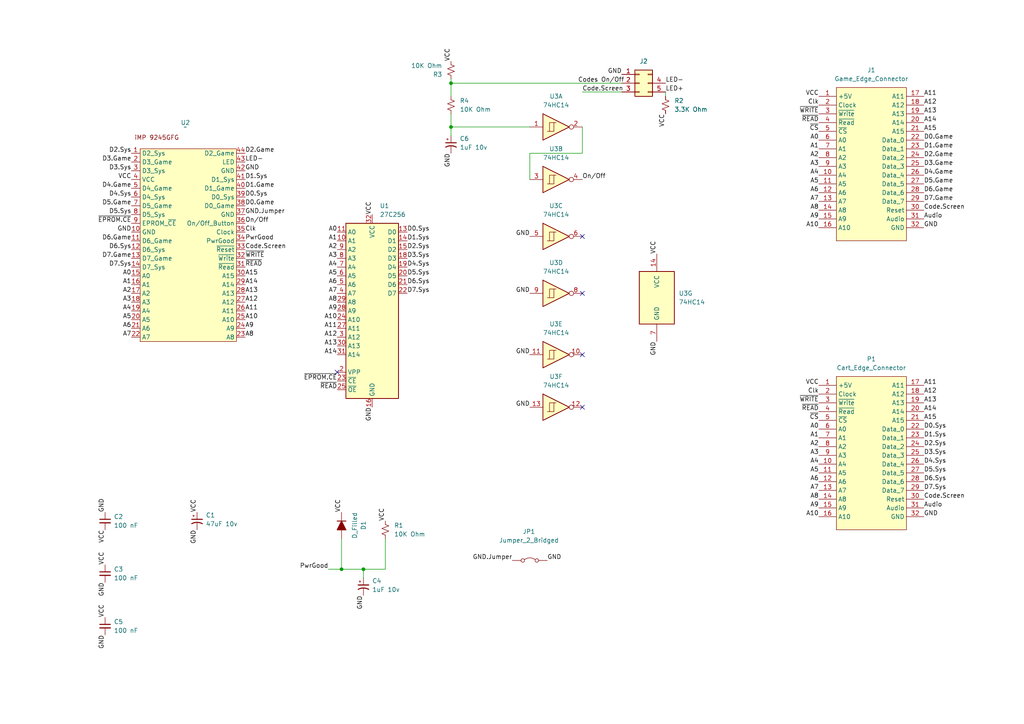
<source format=kicad_sch>
(kicad_sch
	(version 20231120)
	(generator "eeschema")
	(generator_version "8.0")
	(uuid "ed10ba9f-f4a4-4af1-808b-045e8a38cccf")
	(paper "A4")
	(lib_symbols
		(symbol "74xx:74HC14"
			(pin_names
				(offset 1.016)
			)
			(exclude_from_sim no)
			(in_bom yes)
			(on_board yes)
			(property "Reference" "U"
				(at 0 1.27 0)
				(effects
					(font
						(size 1.27 1.27)
					)
				)
			)
			(property "Value" "74HC14"
				(at 0 -1.27 0)
				(effects
					(font
						(size 1.27 1.27)
					)
				)
			)
			(property "Footprint" ""
				(at 0 0 0)
				(effects
					(font
						(size 1.27 1.27)
					)
					(hide yes)
				)
			)
			(property "Datasheet" "http://www.ti.com/lit/gpn/sn74HC14"
				(at 0 0 0)
				(effects
					(font
						(size 1.27 1.27)
					)
					(hide yes)
				)
			)
			(property "Description" "Hex inverter schmitt trigger"
				(at 0 0 0)
				(effects
					(font
						(size 1.27 1.27)
					)
					(hide yes)
				)
			)
			(property "ki_locked" ""
				(at 0 0 0)
				(effects
					(font
						(size 1.27 1.27)
					)
				)
			)
			(property "ki_keywords" "HCMOS not inverter"
				(at 0 0 0)
				(effects
					(font
						(size 1.27 1.27)
					)
					(hide yes)
				)
			)
			(property "ki_fp_filters" "DIP*W7.62mm*"
				(at 0 0 0)
				(effects
					(font
						(size 1.27 1.27)
					)
					(hide yes)
				)
			)
			(symbol "74HC14_1_0"
				(polyline
					(pts
						(xy -3.81 3.81) (xy -3.81 -3.81) (xy 3.81 0) (xy -3.81 3.81)
					)
					(stroke
						(width 0.254)
						(type default)
					)
					(fill
						(type background)
					)
				)
				(pin input line
					(at -7.62 0 0)
					(length 3.81)
					(name "~"
						(effects
							(font
								(size 1.27 1.27)
							)
						)
					)
					(number "1"
						(effects
							(font
								(size 1.27 1.27)
							)
						)
					)
				)
				(pin output inverted
					(at 7.62 0 180)
					(length 3.81)
					(name "~"
						(effects
							(font
								(size 1.27 1.27)
							)
						)
					)
					(number "2"
						(effects
							(font
								(size 1.27 1.27)
							)
						)
					)
				)
			)
			(symbol "74HC14_1_1"
				(polyline
					(pts
						(xy -1.905 -1.27) (xy -1.905 1.27) (xy -0.635 1.27)
					)
					(stroke
						(width 0)
						(type default)
					)
					(fill
						(type none)
					)
				)
				(polyline
					(pts
						(xy -2.54 -1.27) (xy -0.635 -1.27) (xy -0.635 1.27) (xy 0 1.27)
					)
					(stroke
						(width 0)
						(type default)
					)
					(fill
						(type none)
					)
				)
			)
			(symbol "74HC14_2_0"
				(polyline
					(pts
						(xy -3.81 3.81) (xy -3.81 -3.81) (xy 3.81 0) (xy -3.81 3.81)
					)
					(stroke
						(width 0.254)
						(type default)
					)
					(fill
						(type background)
					)
				)
				(pin input line
					(at -7.62 0 0)
					(length 3.81)
					(name "~"
						(effects
							(font
								(size 1.27 1.27)
							)
						)
					)
					(number "3"
						(effects
							(font
								(size 1.27 1.27)
							)
						)
					)
				)
				(pin output inverted
					(at 7.62 0 180)
					(length 3.81)
					(name "~"
						(effects
							(font
								(size 1.27 1.27)
							)
						)
					)
					(number "4"
						(effects
							(font
								(size 1.27 1.27)
							)
						)
					)
				)
			)
			(symbol "74HC14_2_1"
				(polyline
					(pts
						(xy -1.905 -1.27) (xy -1.905 1.27) (xy -0.635 1.27)
					)
					(stroke
						(width 0)
						(type default)
					)
					(fill
						(type none)
					)
				)
				(polyline
					(pts
						(xy -2.54 -1.27) (xy -0.635 -1.27) (xy -0.635 1.27) (xy 0 1.27)
					)
					(stroke
						(width 0)
						(type default)
					)
					(fill
						(type none)
					)
				)
			)
			(symbol "74HC14_3_0"
				(polyline
					(pts
						(xy -3.81 3.81) (xy -3.81 -3.81) (xy 3.81 0) (xy -3.81 3.81)
					)
					(stroke
						(width 0.254)
						(type default)
					)
					(fill
						(type background)
					)
				)
				(pin input line
					(at -7.62 0 0)
					(length 3.81)
					(name "~"
						(effects
							(font
								(size 1.27 1.27)
							)
						)
					)
					(number "5"
						(effects
							(font
								(size 1.27 1.27)
							)
						)
					)
				)
				(pin output inverted
					(at 7.62 0 180)
					(length 3.81)
					(name "~"
						(effects
							(font
								(size 1.27 1.27)
							)
						)
					)
					(number "6"
						(effects
							(font
								(size 1.27 1.27)
							)
						)
					)
				)
			)
			(symbol "74HC14_3_1"
				(polyline
					(pts
						(xy -1.905 -1.27) (xy -1.905 1.27) (xy -0.635 1.27)
					)
					(stroke
						(width 0)
						(type default)
					)
					(fill
						(type none)
					)
				)
				(polyline
					(pts
						(xy -2.54 -1.27) (xy -0.635 -1.27) (xy -0.635 1.27) (xy 0 1.27)
					)
					(stroke
						(width 0)
						(type default)
					)
					(fill
						(type none)
					)
				)
			)
			(symbol "74HC14_4_0"
				(polyline
					(pts
						(xy -3.81 3.81) (xy -3.81 -3.81) (xy 3.81 0) (xy -3.81 3.81)
					)
					(stroke
						(width 0.254)
						(type default)
					)
					(fill
						(type background)
					)
				)
				(pin output inverted
					(at 7.62 0 180)
					(length 3.81)
					(name "~"
						(effects
							(font
								(size 1.27 1.27)
							)
						)
					)
					(number "8"
						(effects
							(font
								(size 1.27 1.27)
							)
						)
					)
				)
				(pin input line
					(at -7.62 0 0)
					(length 3.81)
					(name "~"
						(effects
							(font
								(size 1.27 1.27)
							)
						)
					)
					(number "9"
						(effects
							(font
								(size 1.27 1.27)
							)
						)
					)
				)
			)
			(symbol "74HC14_4_1"
				(polyline
					(pts
						(xy -1.905 -1.27) (xy -1.905 1.27) (xy -0.635 1.27)
					)
					(stroke
						(width 0)
						(type default)
					)
					(fill
						(type none)
					)
				)
				(polyline
					(pts
						(xy -2.54 -1.27) (xy -0.635 -1.27) (xy -0.635 1.27) (xy 0 1.27)
					)
					(stroke
						(width 0)
						(type default)
					)
					(fill
						(type none)
					)
				)
			)
			(symbol "74HC14_5_0"
				(polyline
					(pts
						(xy -3.81 3.81) (xy -3.81 -3.81) (xy 3.81 0) (xy -3.81 3.81)
					)
					(stroke
						(width 0.254)
						(type default)
					)
					(fill
						(type background)
					)
				)
				(pin output inverted
					(at 7.62 0 180)
					(length 3.81)
					(name "~"
						(effects
							(font
								(size 1.27 1.27)
							)
						)
					)
					(number "10"
						(effects
							(font
								(size 1.27 1.27)
							)
						)
					)
				)
				(pin input line
					(at -7.62 0 0)
					(length 3.81)
					(name "~"
						(effects
							(font
								(size 1.27 1.27)
							)
						)
					)
					(number "11"
						(effects
							(font
								(size 1.27 1.27)
							)
						)
					)
				)
			)
			(symbol "74HC14_5_1"
				(polyline
					(pts
						(xy -1.905 -1.27) (xy -1.905 1.27) (xy -0.635 1.27)
					)
					(stroke
						(width 0)
						(type default)
					)
					(fill
						(type none)
					)
				)
				(polyline
					(pts
						(xy -2.54 -1.27) (xy -0.635 -1.27) (xy -0.635 1.27) (xy 0 1.27)
					)
					(stroke
						(width 0)
						(type default)
					)
					(fill
						(type none)
					)
				)
			)
			(symbol "74HC14_6_0"
				(polyline
					(pts
						(xy -3.81 3.81) (xy -3.81 -3.81) (xy 3.81 0) (xy -3.81 3.81)
					)
					(stroke
						(width 0.254)
						(type default)
					)
					(fill
						(type background)
					)
				)
				(pin output inverted
					(at 7.62 0 180)
					(length 3.81)
					(name "~"
						(effects
							(font
								(size 1.27 1.27)
							)
						)
					)
					(number "12"
						(effects
							(font
								(size 1.27 1.27)
							)
						)
					)
				)
				(pin input line
					(at -7.62 0 0)
					(length 3.81)
					(name "~"
						(effects
							(font
								(size 1.27 1.27)
							)
						)
					)
					(number "13"
						(effects
							(font
								(size 1.27 1.27)
							)
						)
					)
				)
			)
			(symbol "74HC14_6_1"
				(polyline
					(pts
						(xy -1.905 -1.27) (xy -1.905 1.27) (xy -0.635 1.27)
					)
					(stroke
						(width 0)
						(type default)
					)
					(fill
						(type none)
					)
				)
				(polyline
					(pts
						(xy -2.54 -1.27) (xy -0.635 -1.27) (xy -0.635 1.27) (xy 0 1.27)
					)
					(stroke
						(width 0)
						(type default)
					)
					(fill
						(type none)
					)
				)
			)
			(symbol "74HC14_7_0"
				(pin power_in line
					(at 0 12.7 270)
					(length 5.08)
					(name "VCC"
						(effects
							(font
								(size 1.27 1.27)
							)
						)
					)
					(number "14"
						(effects
							(font
								(size 1.27 1.27)
							)
						)
					)
				)
				(pin power_in line
					(at 0 -12.7 90)
					(length 5.08)
					(name "GND"
						(effects
							(font
								(size 1.27 1.27)
							)
						)
					)
					(number "7"
						(effects
							(font
								(size 1.27 1.27)
							)
						)
					)
				)
			)
			(symbol "74HC14_7_1"
				(rectangle
					(start -5.08 7.62)
					(end 5.08 -7.62)
					(stroke
						(width 0.254)
						(type default)
					)
					(fill
						(type background)
					)
				)
			)
		)
		(symbol "Connector_Generic:Conn_02x03_Counter_Clockwise"
			(pin_names
				(offset 1.016) hide)
			(exclude_from_sim no)
			(in_bom yes)
			(on_board yes)
			(property "Reference" "J5"
				(at 1.27 8.89 0)
				(effects
					(font
						(size 1.27 1.27)
					)
				)
			)
			(property "Value" "Conn_02x03_Counter_Clockwise"
				(at 1.27 6.35 0)
				(effects
					(font
						(size 1.27 1.27)
					)
				)
			)
			(property "Footprint" ""
				(at 0 0 0)
				(effects
					(font
						(size 1.27 1.27)
					)
					(hide yes)
				)
			)
			(property "Datasheet" "~"
				(at 0 0 0)
				(effects
					(font
						(size 1.27 1.27)
					)
					(hide yes)
				)
			)
			(property "Description" "Generic connector, double row, 02x03, counter clockwise pin numbering scheme (similar to DIP package numbering), script generated (kicad-library-utils/schlib/autogen/connector/)"
				(at 0 0 0)
				(effects
					(font
						(size 1.27 1.27)
					)
					(hide yes)
				)
			)
			(property "ki_keywords" "connector"
				(at 0 0 0)
				(effects
					(font
						(size 1.27 1.27)
					)
					(hide yes)
				)
			)
			(property "ki_fp_filters" "Connector*:*_2x??_*"
				(at 0 0 0)
				(effects
					(font
						(size 1.27 1.27)
					)
					(hide yes)
				)
			)
			(symbol "Conn_02x03_Counter_Clockwise_1_1"
				(rectangle
					(start -1.27 -2.413)
					(end 0 -2.667)
					(stroke
						(width 0.1524)
						(type default)
					)
					(fill
						(type none)
					)
				)
				(rectangle
					(start -1.27 0.127)
					(end 0 -0.127)
					(stroke
						(width 0.1524)
						(type default)
					)
					(fill
						(type none)
					)
				)
				(rectangle
					(start -1.27 2.667)
					(end 0 2.413)
					(stroke
						(width 0.1524)
						(type default)
					)
					(fill
						(type none)
					)
				)
				(rectangle
					(start -1.27 3.81)
					(end 3.81 -3.81)
					(stroke
						(width 0.254)
						(type default)
					)
					(fill
						(type background)
					)
				)
				(rectangle
					(start 3.81 -2.413)
					(end 2.54 -2.667)
					(stroke
						(width 0.1524)
						(type default)
					)
					(fill
						(type none)
					)
				)
				(rectangle
					(start 3.81 0.127)
					(end 2.54 -0.127)
					(stroke
						(width 0.1524)
						(type default)
					)
					(fill
						(type none)
					)
				)
				(rectangle
					(start 3.81 2.667)
					(end 2.54 2.413)
					(stroke
						(width 0.1524)
						(type default)
					)
					(fill
						(type none)
					)
				)
				(pin passive line
					(at -5.08 2.54 0)
					(length 3.81)
					(name "Pin_1"
						(effects
							(font
								(size 1.27 1.27)
							)
						)
					)
					(number "1"
						(effects
							(font
								(size 1.27 1.27)
							)
						)
					)
				)
				(pin passive line
					(at -5.08 0 0)
					(length 3.81)
					(name "Pin_2"
						(effects
							(font
								(size 1.27 1.27)
							)
						)
					)
					(number "2"
						(effects
							(font
								(size 1.27 1.27)
							)
						)
					)
				)
				(pin passive line
					(at -5.08 -2.54 0)
					(length 3.81)
					(name "Pin_3"
						(effects
							(font
								(size 1.27 1.27)
							)
						)
					)
					(number "3"
						(effects
							(font
								(size 1.27 1.27)
							)
						)
					)
				)
				(pin passive line
					(at 7.62 0 180)
					(length 3.81)
					(name "Pin_4"
						(effects
							(font
								(size 1.27 1.27)
							)
						)
					)
					(number "4"
						(effects
							(font
								(size 1.27 1.27)
							)
						)
					)
				)
				(pin passive line
					(at 7.62 -2.54 180)
					(length 3.81)
					(name "Pin_5"
						(effects
							(font
								(size 1.27 1.27)
							)
						)
					)
					(number "5"
						(effects
							(font
								(size 1.27 1.27)
							)
						)
					)
				)
			)
		)
		(symbol "Datel:27C256"
			(exclude_from_sim no)
			(in_bom yes)
			(on_board yes)
			(property "Reference" "U1"
				(at 2.1941 30.48 0)
				(effects
					(font
						(size 1.27 1.27)
					)
					(justify left)
				)
			)
			(property "Value" "27C256"
				(at 2.1941 27.94 0)
				(effects
					(font
						(size 1.27 1.27)
					)
					(justify left)
				)
			)
			(property "Footprint" "GameGear:27C256"
				(at 4.318 41.402 0)
				(effects
					(font
						(size 1.27 1.27)
					)
					(hide yes)
				)
			)
			(property "Datasheet" "http://ww1.microchip.com/downloads/en/DeviceDoc/doc0014.pdf"
				(at 0.762 41.402 0)
				(effects
					(font
						(size 1.27 1.27)
					)
					(hide yes)
				)
			)
			(property "Description" "OTP EPROM 256 KiBit"
				(at 4.318 41.402 0)
				(effects
					(font
						(size 1.27 1.27)
					)
					(hide yes)
				)
			)
			(property "ki_keywords" "OTP EPROM 256 KiBit"
				(at 0 0 0)
				(effects
					(font
						(size 1.27 1.27)
					)
					(hide yes)
				)
			)
			(property "ki_fp_filters" "DIP*W15.24mm*"
				(at 0 0 0)
				(effects
					(font
						(size 1.27 1.27)
					)
					(hide yes)
				)
			)
			(symbol "27C256_1_1"
				(rectangle
					(start -7.62 25.4)
					(end 7.62 -25.4)
					(stroke
						(width 0.254)
						(type default)
					)
					(fill
						(type background)
					)
				)
				(pin input line
					(at -10.16 20.32 0)
					(length 2.54)
					(name "A1"
						(effects
							(font
								(size 1.27 1.27)
							)
						)
					)
					(number "10"
						(effects
							(font
								(size 1.27 1.27)
							)
						)
					)
				)
				(pin input line
					(at -10.16 22.86 0)
					(length 2.54)
					(name "A0"
						(effects
							(font
								(size 1.27 1.27)
							)
						)
					)
					(number "11"
						(effects
							(font
								(size 1.27 1.27)
							)
						)
					)
				)
				(pin tri_state line
					(at 10.16 22.86 180)
					(length 2.54)
					(name "D0"
						(effects
							(font
								(size 1.27 1.27)
							)
						)
					)
					(number "13"
						(effects
							(font
								(size 1.27 1.27)
							)
						)
					)
				)
				(pin tri_state line
					(at 10.16 20.32 180)
					(length 2.54)
					(name "D1"
						(effects
							(font
								(size 1.27 1.27)
							)
						)
					)
					(number "14"
						(effects
							(font
								(size 1.27 1.27)
							)
						)
					)
				)
				(pin tri_state line
					(at 10.16 17.78 180)
					(length 2.54)
					(name "D2"
						(effects
							(font
								(size 1.27 1.27)
							)
						)
					)
					(number "15"
						(effects
							(font
								(size 1.27 1.27)
							)
						)
					)
				)
				(pin power_in line
					(at 0 -27.94 90)
					(length 2.54)
					(name "GND"
						(effects
							(font
								(size 1.27 1.27)
							)
						)
					)
					(number "16"
						(effects
							(font
								(size 1.27 1.27)
							)
						)
					)
				)
				(pin tri_state line
					(at 10.16 15.24 180)
					(length 2.54)
					(name "D3"
						(effects
							(font
								(size 1.27 1.27)
							)
						)
					)
					(number "18"
						(effects
							(font
								(size 1.27 1.27)
							)
						)
					)
				)
				(pin tri_state line
					(at 10.16 12.7 180)
					(length 2.54)
					(name "D4"
						(effects
							(font
								(size 1.27 1.27)
							)
						)
					)
					(number "19"
						(effects
							(font
								(size 1.27 1.27)
							)
						)
					)
				)
				(pin input line
					(at -10.16 -17.78 0)
					(length 2.54)
					(name "VPP"
						(effects
							(font
								(size 1.27 1.27)
							)
						)
					)
					(number "2"
						(effects
							(font
								(size 1.27 1.27)
							)
						)
					)
				)
				(pin tri_state line
					(at 10.16 10.16 180)
					(length 2.54)
					(name "D5"
						(effects
							(font
								(size 1.27 1.27)
							)
						)
					)
					(number "20"
						(effects
							(font
								(size 1.27 1.27)
							)
						)
					)
				)
				(pin tri_state line
					(at 10.16 7.62 180)
					(length 2.54)
					(name "D6"
						(effects
							(font
								(size 1.27 1.27)
							)
						)
					)
					(number "21"
						(effects
							(font
								(size 1.27 1.27)
							)
						)
					)
				)
				(pin tri_state line
					(at 10.16 5.08 180)
					(length 2.54)
					(name "D7"
						(effects
							(font
								(size 1.27 1.27)
							)
						)
					)
					(number "22"
						(effects
							(font
								(size 1.27 1.27)
							)
						)
					)
				)
				(pin input line
					(at -10.16 -20.32 0)
					(length 2.54)
					(name "~{CE}"
						(effects
							(font
								(size 1.27 1.27)
							)
						)
					)
					(number "23"
						(effects
							(font
								(size 1.27 1.27)
							)
						)
					)
				)
				(pin input line
					(at -10.16 -2.54 0)
					(length 2.54)
					(name "A10"
						(effects
							(font
								(size 1.27 1.27)
							)
						)
					)
					(number "24"
						(effects
							(font
								(size 1.27 1.27)
							)
						)
					)
				)
				(pin input line
					(at -10.16 -22.86 0)
					(length 2.54)
					(name "~{OE}"
						(effects
							(font
								(size 1.27 1.27)
							)
						)
					)
					(number "25"
						(effects
							(font
								(size 1.27 1.27)
							)
						)
					)
				)
				(pin input line
					(at -10.16 -5.08 0)
					(length 2.54)
					(name "A11"
						(effects
							(font
								(size 1.27 1.27)
							)
						)
					)
					(number "27"
						(effects
							(font
								(size 1.27 1.27)
							)
						)
					)
				)
				(pin input line
					(at -10.16 0 0)
					(length 2.54)
					(name "A9"
						(effects
							(font
								(size 1.27 1.27)
							)
						)
					)
					(number "28"
						(effects
							(font
								(size 1.27 1.27)
							)
						)
					)
				)
				(pin input line
					(at -10.16 2.54 0)
					(length 2.54)
					(name "A8"
						(effects
							(font
								(size 1.27 1.27)
							)
						)
					)
					(number "29"
						(effects
							(font
								(size 1.27 1.27)
							)
						)
					)
				)
				(pin input line
					(at -10.16 -7.62 0)
					(length 2.54)
					(name "A12"
						(effects
							(font
								(size 1.27 1.27)
							)
						)
					)
					(number "3"
						(effects
							(font
								(size 1.27 1.27)
							)
						)
					)
				)
				(pin input line
					(at -10.16 -10.16 0)
					(length 2.54)
					(name "A13"
						(effects
							(font
								(size 1.27 1.27)
							)
						)
					)
					(number "30"
						(effects
							(font
								(size 1.27 1.27)
							)
						)
					)
				)
				(pin input line
					(at -10.16 -12.7 0)
					(length 2.54)
					(name "A14"
						(effects
							(font
								(size 1.27 1.27)
							)
						)
					)
					(number "31"
						(effects
							(font
								(size 1.27 1.27)
							)
						)
					)
				)
				(pin power_in line
					(at 0 27.94 270)
					(length 2.54)
					(name "VCC"
						(effects
							(font
								(size 1.27 1.27)
							)
						)
					)
					(number "32"
						(effects
							(font
								(size 1.27 1.27)
							)
						)
					)
				)
				(pin input line
					(at -10.16 5.08 0)
					(length 2.54)
					(name "A7"
						(effects
							(font
								(size 1.27 1.27)
							)
						)
					)
					(number "4"
						(effects
							(font
								(size 1.27 1.27)
							)
						)
					)
				)
				(pin input line
					(at -10.16 7.62 0)
					(length 2.54)
					(name "A6"
						(effects
							(font
								(size 1.27 1.27)
							)
						)
					)
					(number "5"
						(effects
							(font
								(size 1.27 1.27)
							)
						)
					)
				)
				(pin input line
					(at -10.16 10.16 0)
					(length 2.54)
					(name "A5"
						(effects
							(font
								(size 1.27 1.27)
							)
						)
					)
					(number "6"
						(effects
							(font
								(size 1.27 1.27)
							)
						)
					)
				)
				(pin input line
					(at -10.16 12.7 0)
					(length 2.54)
					(name "A4"
						(effects
							(font
								(size 1.27 1.27)
							)
						)
					)
					(number "7"
						(effects
							(font
								(size 1.27 1.27)
							)
						)
					)
				)
				(pin input line
					(at -10.16 15.24 0)
					(length 2.54)
					(name "A3"
						(effects
							(font
								(size 1.27 1.27)
							)
						)
					)
					(number "8"
						(effects
							(font
								(size 1.27 1.27)
							)
						)
					)
				)
				(pin input line
					(at -10.16 17.78 0)
					(length 2.54)
					(name "A2"
						(effects
							(font
								(size 1.27 1.27)
							)
						)
					)
					(number "9"
						(effects
							(font
								(size 1.27 1.27)
							)
						)
					)
				)
			)
		)
		(symbol "Device:C_Polarized_Small_US"
			(pin_numbers hide)
			(pin_names
				(offset 0.254) hide)
			(exclude_from_sim no)
			(in_bom yes)
			(on_board yes)
			(property "Reference" "C"
				(at 0.254 1.778 0)
				(effects
					(font
						(size 1.27 1.27)
					)
					(justify left)
				)
			)
			(property "Value" "C_Polarized_Small_US"
				(at 0.254 -2.032 0)
				(effects
					(font
						(size 1.27 1.27)
					)
					(justify left)
				)
			)
			(property "Footprint" ""
				(at 0 0 0)
				(effects
					(font
						(size 1.27 1.27)
					)
					(hide yes)
				)
			)
			(property "Datasheet" "~"
				(at 0 0 0)
				(effects
					(font
						(size 1.27 1.27)
					)
					(hide yes)
				)
			)
			(property "Description" "Polarized capacitor, small US symbol"
				(at 0 0 0)
				(effects
					(font
						(size 1.27 1.27)
					)
					(hide yes)
				)
			)
			(property "ki_keywords" "cap capacitor"
				(at 0 0 0)
				(effects
					(font
						(size 1.27 1.27)
					)
					(hide yes)
				)
			)
			(property "ki_fp_filters" "CP_*"
				(at 0 0 0)
				(effects
					(font
						(size 1.27 1.27)
					)
					(hide yes)
				)
			)
			(symbol "C_Polarized_Small_US_0_1"
				(polyline
					(pts
						(xy -1.524 0.508) (xy 1.524 0.508)
					)
					(stroke
						(width 0.3048)
						(type default)
					)
					(fill
						(type none)
					)
				)
				(polyline
					(pts
						(xy -1.27 1.524) (xy -0.762 1.524)
					)
					(stroke
						(width 0)
						(type default)
					)
					(fill
						(type none)
					)
				)
				(polyline
					(pts
						(xy -1.016 1.27) (xy -1.016 1.778)
					)
					(stroke
						(width 0)
						(type default)
					)
					(fill
						(type none)
					)
				)
				(arc
					(start 1.524 -0.762)
					(mid 0 -0.3734)
					(end -1.524 -0.762)
					(stroke
						(width 0.3048)
						(type default)
					)
					(fill
						(type none)
					)
				)
			)
			(symbol "C_Polarized_Small_US_1_1"
				(pin passive line
					(at 0 2.54 270)
					(length 2.032)
					(name "~"
						(effects
							(font
								(size 1.27 1.27)
							)
						)
					)
					(number "1"
						(effects
							(font
								(size 1.27 1.27)
							)
						)
					)
				)
				(pin passive line
					(at 0 -2.54 90)
					(length 2.032)
					(name "~"
						(effects
							(font
								(size 1.27 1.27)
							)
						)
					)
					(number "2"
						(effects
							(font
								(size 1.27 1.27)
							)
						)
					)
				)
			)
		)
		(symbol "Device:C_Small"
			(pin_numbers hide)
			(pin_names
				(offset 0.254) hide)
			(exclude_from_sim no)
			(in_bom yes)
			(on_board yes)
			(property "Reference" "C"
				(at 0.254 1.778 0)
				(effects
					(font
						(size 1.27 1.27)
					)
					(justify left)
				)
			)
			(property "Value" "C_Small"
				(at 0.254 -2.032 0)
				(effects
					(font
						(size 1.27 1.27)
					)
					(justify left)
				)
			)
			(property "Footprint" ""
				(at 0 0 0)
				(effects
					(font
						(size 1.27 1.27)
					)
					(hide yes)
				)
			)
			(property "Datasheet" "~"
				(at 0 0 0)
				(effects
					(font
						(size 1.27 1.27)
					)
					(hide yes)
				)
			)
			(property "Description" "Unpolarized capacitor, small symbol"
				(at 0 0 0)
				(effects
					(font
						(size 1.27 1.27)
					)
					(hide yes)
				)
			)
			(property "ki_keywords" "capacitor cap"
				(at 0 0 0)
				(effects
					(font
						(size 1.27 1.27)
					)
					(hide yes)
				)
			)
			(property "ki_fp_filters" "C_*"
				(at 0 0 0)
				(effects
					(font
						(size 1.27 1.27)
					)
					(hide yes)
				)
			)
			(symbol "C_Small_0_1"
				(polyline
					(pts
						(xy -1.524 -0.508) (xy 1.524 -0.508)
					)
					(stroke
						(width 0.3302)
						(type default)
					)
					(fill
						(type none)
					)
				)
				(polyline
					(pts
						(xy -1.524 0.508) (xy 1.524 0.508)
					)
					(stroke
						(width 0.3048)
						(type default)
					)
					(fill
						(type none)
					)
				)
			)
			(symbol "C_Small_1_1"
				(pin passive line
					(at 0 2.54 270)
					(length 2.032)
					(name "~"
						(effects
							(font
								(size 1.27 1.27)
							)
						)
					)
					(number "1"
						(effects
							(font
								(size 1.27 1.27)
							)
						)
					)
				)
				(pin passive line
					(at 0 -2.54 90)
					(length 2.032)
					(name "~"
						(effects
							(font
								(size 1.27 1.27)
							)
						)
					)
					(number "2"
						(effects
							(font
								(size 1.27 1.27)
							)
						)
					)
				)
			)
		)
		(symbol "Device:D_Filled"
			(pin_numbers hide)
			(pin_names
				(offset 1.016) hide)
			(exclude_from_sim no)
			(in_bom yes)
			(on_board yes)
			(property "Reference" "D"
				(at 0 2.54 0)
				(effects
					(font
						(size 1.27 1.27)
					)
				)
			)
			(property "Value" "D_Filled"
				(at 0 -2.54 0)
				(effects
					(font
						(size 1.27 1.27)
					)
				)
			)
			(property "Footprint" ""
				(at 0 0 0)
				(effects
					(font
						(size 1.27 1.27)
					)
					(hide yes)
				)
			)
			(property "Datasheet" "~"
				(at 0 0 0)
				(effects
					(font
						(size 1.27 1.27)
					)
					(hide yes)
				)
			)
			(property "Description" "Diode, filled shape"
				(at 0 0 0)
				(effects
					(font
						(size 1.27 1.27)
					)
					(hide yes)
				)
			)
			(property "Sim.Device" "D"
				(at 0 0 0)
				(effects
					(font
						(size 1.27 1.27)
					)
					(hide yes)
				)
			)
			(property "Sim.Pins" "1=K 2=A"
				(at 0 0 0)
				(effects
					(font
						(size 1.27 1.27)
					)
					(hide yes)
				)
			)
			(property "ki_keywords" "diode"
				(at 0 0 0)
				(effects
					(font
						(size 1.27 1.27)
					)
					(hide yes)
				)
			)
			(property "ki_fp_filters" "TO-???* *_Diode_* *SingleDiode* D_*"
				(at 0 0 0)
				(effects
					(font
						(size 1.27 1.27)
					)
					(hide yes)
				)
			)
			(symbol "D_Filled_0_1"
				(polyline
					(pts
						(xy -1.27 1.27) (xy -1.27 -1.27)
					)
					(stroke
						(width 0.254)
						(type default)
					)
					(fill
						(type none)
					)
				)
				(polyline
					(pts
						(xy 1.27 0) (xy -1.27 0)
					)
					(stroke
						(width 0)
						(type default)
					)
					(fill
						(type none)
					)
				)
				(polyline
					(pts
						(xy 1.27 1.27) (xy 1.27 -1.27) (xy -1.27 0) (xy 1.27 1.27)
					)
					(stroke
						(width 0.254)
						(type default)
					)
					(fill
						(type outline)
					)
				)
			)
			(symbol "D_Filled_1_1"
				(pin passive line
					(at -3.81 0 0)
					(length 2.54)
					(name "K"
						(effects
							(font
								(size 1.27 1.27)
							)
						)
					)
					(number "1"
						(effects
							(font
								(size 1.27 1.27)
							)
						)
					)
				)
				(pin passive line
					(at 3.81 0 180)
					(length 2.54)
					(name "A"
						(effects
							(font
								(size 1.27 1.27)
							)
						)
					)
					(number "2"
						(effects
							(font
								(size 1.27 1.27)
							)
						)
					)
				)
			)
		)
		(symbol "Device:R_Small_US"
			(pin_numbers hide)
			(pin_names
				(offset 0.254) hide)
			(exclude_from_sim no)
			(in_bom yes)
			(on_board yes)
			(property "Reference" "R"
				(at 0.762 0.508 0)
				(effects
					(font
						(size 1.27 1.27)
					)
					(justify left)
				)
			)
			(property "Value" "R_Small_US"
				(at 0.762 -1.016 0)
				(effects
					(font
						(size 1.27 1.27)
					)
					(justify left)
				)
			)
			(property "Footprint" ""
				(at 0 0 0)
				(effects
					(font
						(size 1.27 1.27)
					)
					(hide yes)
				)
			)
			(property "Datasheet" "~"
				(at 0 0 0)
				(effects
					(font
						(size 1.27 1.27)
					)
					(hide yes)
				)
			)
			(property "Description" "Resistor, small US symbol"
				(at 0 0 0)
				(effects
					(font
						(size 1.27 1.27)
					)
					(hide yes)
				)
			)
			(property "ki_keywords" "r resistor"
				(at 0 0 0)
				(effects
					(font
						(size 1.27 1.27)
					)
					(hide yes)
				)
			)
			(property "ki_fp_filters" "R_*"
				(at 0 0 0)
				(effects
					(font
						(size 1.27 1.27)
					)
					(hide yes)
				)
			)
			(symbol "R_Small_US_1_1"
				(polyline
					(pts
						(xy 0 0) (xy 1.016 -0.381) (xy 0 -0.762) (xy -1.016 -1.143) (xy 0 -1.524)
					)
					(stroke
						(width 0)
						(type default)
					)
					(fill
						(type none)
					)
				)
				(polyline
					(pts
						(xy 0 1.524) (xy 1.016 1.143) (xy 0 0.762) (xy -1.016 0.381) (xy 0 0)
					)
					(stroke
						(width 0)
						(type default)
					)
					(fill
						(type none)
					)
				)
				(pin passive line
					(at 0 2.54 270)
					(length 1.016)
					(name "~"
						(effects
							(font
								(size 1.27 1.27)
							)
						)
					)
					(number "1"
						(effects
							(font
								(size 1.27 1.27)
							)
						)
					)
				)
				(pin passive line
					(at 0 -2.54 90)
					(length 1.016)
					(name "~"
						(effects
							(font
								(size 1.27 1.27)
							)
						)
					)
					(number "2"
						(effects
							(font
								(size 1.27 1.27)
							)
						)
					)
				)
			)
		)
		(symbol "Game Genie:Cart_Edge_Connector"
			(exclude_from_sim no)
			(in_bom yes)
			(on_board yes)
			(property "Reference" "J1"
				(at 0 15.24 0)
				(effects
					(font
						(size 1.27 1.27)
					)
				)
			)
			(property "Value" "Cart_Edge_Connector"
				(at 0 12.7 0)
				(effects
					(font
						(size 1.27 1.27)
					)
				)
			)
			(property "Footprint" "GBA:ACTUAL GAMEBOY EDGE CONNECTOR"
				(at 0.508 19.304 0)
				(effects
					(font
						(size 1.27 1.27)
					)
					(hide yes)
				)
			)
			(property "Datasheet" ""
				(at 0 0 0)
				(effects
					(font
						(size 1.27 1.27)
					)
					(hide yes)
				)
			)
			(property "Description" ""
				(at 0 0 0)
				(effects
					(font
						(size 1.27 1.27)
					)
					(hide yes)
				)
			)
			(symbol "Cart_Edge_Connector_1_1"
				(rectangle
					(start -10.16 10.16)
					(end 10.16 -34.29)
					(stroke
						(width 0)
						(type default)
					)
					(fill
						(type background)
					)
				)
				(pin power_in line
					(at -15.24 7.62 0)
					(length 5.08)
					(name "+5V"
						(effects
							(font
								(size 1.27 1.27)
							)
						)
					)
					(number "1"
						(effects
							(font
								(size 1.27 1.27)
							)
						)
					)
				)
				(pin bidirectional line
					(at -15.24 -15.24 0)
					(length 5.08)
					(name "A4"
						(effects
							(font
								(size 1.27 1.27)
							)
						)
					)
					(number "10"
						(effects
							(font
								(size 1.27 1.27)
							)
						)
					)
				)
				(pin bidirectional line
					(at -15.24 -17.78 0)
					(length 5.08)
					(name "A5"
						(effects
							(font
								(size 1.27 1.27)
							)
						)
					)
					(number "11"
						(effects
							(font
								(size 1.27 1.27)
							)
						)
					)
				)
				(pin bidirectional line
					(at -15.24 -20.32 0)
					(length 5.08)
					(name "A6"
						(effects
							(font
								(size 1.27 1.27)
							)
						)
					)
					(number "12"
						(effects
							(font
								(size 1.27 1.27)
							)
						)
					)
				)
				(pin bidirectional line
					(at -15.24 -22.86 0)
					(length 5.08)
					(name "A7"
						(effects
							(font
								(size 1.27 1.27)
							)
						)
					)
					(number "13"
						(effects
							(font
								(size 1.27 1.27)
							)
						)
					)
				)
				(pin bidirectional line
					(at -15.24 -25.4 0)
					(length 5.08)
					(name "A8"
						(effects
							(font
								(size 1.27 1.27)
							)
						)
					)
					(number "14"
						(effects
							(font
								(size 1.27 1.27)
							)
						)
					)
				)
				(pin bidirectional line
					(at -15.24 -27.94 0)
					(length 5.08)
					(name "A9"
						(effects
							(font
								(size 1.27 1.27)
							)
						)
					)
					(number "15"
						(effects
							(font
								(size 1.27 1.27)
							)
						)
					)
				)
				(pin bidirectional line
					(at -15.24 -30.48 0)
					(length 5.08)
					(name "A10"
						(effects
							(font
								(size 1.27 1.27)
							)
						)
					)
					(number "16"
						(effects
							(font
								(size 1.27 1.27)
							)
						)
					)
				)
				(pin bidirectional line
					(at 15.24 7.62 180)
					(length 5.08)
					(name "A11"
						(effects
							(font
								(size 1.27 1.27)
							)
						)
					)
					(number "17"
						(effects
							(font
								(size 1.27 1.27)
							)
						)
					)
				)
				(pin bidirectional line
					(at 15.24 5.08 180)
					(length 5.08)
					(name "A12"
						(effects
							(font
								(size 1.27 1.27)
							)
						)
					)
					(number "18"
						(effects
							(font
								(size 1.27 1.27)
							)
						)
					)
				)
				(pin bidirectional line
					(at 15.24 2.54 180)
					(length 5.08)
					(name "A13"
						(effects
							(font
								(size 1.27 1.27)
							)
						)
					)
					(number "19"
						(effects
							(font
								(size 1.27 1.27)
							)
						)
					)
				)
				(pin bidirectional line
					(at -15.24 5.08 0)
					(length 5.08)
					(name "Clock"
						(effects
							(font
								(size 1.27 1.27)
							)
						)
					)
					(number "2"
						(effects
							(font
								(size 1.27 1.27)
							)
						)
					)
				)
				(pin bidirectional line
					(at 15.24 0 180)
					(length 5.08)
					(name "A14"
						(effects
							(font
								(size 1.27 1.27)
							)
						)
					)
					(number "20"
						(effects
							(font
								(size 1.27 1.27)
							)
						)
					)
				)
				(pin bidirectional line
					(at 15.24 -2.54 180)
					(length 5.08)
					(name "A15"
						(effects
							(font
								(size 1.27 1.27)
							)
						)
					)
					(number "21"
						(effects
							(font
								(size 1.27 1.27)
							)
						)
					)
				)
				(pin bidirectional line
					(at 15.24 -5.08 180)
					(length 5.08)
					(name "Data_0"
						(effects
							(font
								(size 1.27 1.27)
							)
						)
					)
					(number "22"
						(effects
							(font
								(size 1.27 1.27)
							)
						)
					)
				)
				(pin bidirectional line
					(at 15.24 -7.62 180)
					(length 5.08)
					(name "Data_1"
						(effects
							(font
								(size 1.27 1.27)
							)
						)
					)
					(number "23"
						(effects
							(font
								(size 1.27 1.27)
							)
						)
					)
				)
				(pin bidirectional line
					(at 15.24 -10.16 180)
					(length 5.08)
					(name "Data_2"
						(effects
							(font
								(size 1.27 1.27)
							)
						)
					)
					(number "24"
						(effects
							(font
								(size 1.27 1.27)
							)
						)
					)
				)
				(pin bidirectional line
					(at 15.24 -12.7 180)
					(length 5.08)
					(name "Data_3"
						(effects
							(font
								(size 1.27 1.27)
							)
						)
					)
					(number "25"
						(effects
							(font
								(size 1.27 1.27)
							)
						)
					)
				)
				(pin bidirectional line
					(at 15.24 -15.24 180)
					(length 5.08)
					(name "Data_4"
						(effects
							(font
								(size 1.27 1.27)
							)
						)
					)
					(number "26"
						(effects
							(font
								(size 1.27 1.27)
							)
						)
					)
				)
				(pin bidirectional line
					(at 15.24 -17.78 180)
					(length 5.08)
					(name "Data_5"
						(effects
							(font
								(size 1.27 1.27)
							)
						)
					)
					(number "27"
						(effects
							(font
								(size 1.27 1.27)
							)
						)
					)
				)
				(pin bidirectional line
					(at 15.24 -20.32 180)
					(length 5.08)
					(name "Data_6"
						(effects
							(font
								(size 1.27 1.27)
							)
						)
					)
					(number "28"
						(effects
							(font
								(size 1.27 1.27)
							)
						)
					)
				)
				(pin bidirectional line
					(at 15.24 -22.86 180)
					(length 5.08)
					(name "Data_7"
						(effects
							(font
								(size 1.27 1.27)
							)
						)
					)
					(number "29"
						(effects
							(font
								(size 1.27 1.27)
							)
						)
					)
				)
				(pin bidirectional line
					(at -15.24 2.54 0)
					(length 5.08)
					(name "~{Write}"
						(effects
							(font
								(size 1.27 1.27)
							)
						)
					)
					(number "3"
						(effects
							(font
								(size 1.27 1.27)
							)
						)
					)
				)
				(pin bidirectional line
					(at 15.24 -25.4 180)
					(length 5.08)
					(name "Reset"
						(effects
							(font
								(size 1.27 1.27)
							)
						)
					)
					(number "30"
						(effects
							(font
								(size 1.27 1.27)
							)
						)
					)
				)
				(pin bidirectional line
					(at 15.24 -27.94 180)
					(length 5.08)
					(name "Audio"
						(effects
							(font
								(size 1.27 1.27)
							)
						)
					)
					(number "31"
						(effects
							(font
								(size 1.27 1.27)
							)
						)
					)
				)
				(pin bidirectional line
					(at 15.24 -30.48 180)
					(length 5.08)
					(name "GND"
						(effects
							(font
								(size 1.27 1.27)
							)
						)
					)
					(number "32"
						(effects
							(font
								(size 1.27 1.27)
							)
						)
					)
				)
				(pin bidirectional line
					(at -15.24 0 0)
					(length 5.08)
					(name "~{Read}"
						(effects
							(font
								(size 1.27 1.27)
							)
						)
					)
					(number "4"
						(effects
							(font
								(size 1.27 1.27)
							)
						)
					)
				)
				(pin bidirectional line
					(at -15.24 -2.54 0)
					(length 5.08)
					(name "~{CS}"
						(effects
							(font
								(size 1.27 1.27)
							)
						)
					)
					(number "5"
						(effects
							(font
								(size 1.27 1.27)
							)
						)
					)
				)
				(pin bidirectional line
					(at -15.24 -5.08 0)
					(length 5.08)
					(name "A0"
						(effects
							(font
								(size 1.27 1.27)
							)
						)
					)
					(number "6"
						(effects
							(font
								(size 1.27 1.27)
							)
						)
					)
				)
				(pin bidirectional line
					(at -15.24 -7.62 0)
					(length 5.08)
					(name "A1"
						(effects
							(font
								(size 1.27 1.27)
							)
						)
					)
					(number "7"
						(effects
							(font
								(size 1.27 1.27)
							)
						)
					)
				)
				(pin bidirectional line
					(at -15.24 -10.16 0)
					(length 5.08)
					(name "A2"
						(effects
							(font
								(size 1.27 1.27)
							)
						)
					)
					(number "8"
						(effects
							(font
								(size 1.27 1.27)
							)
						)
					)
				)
				(pin bidirectional line
					(at -15.24 -12.7 0)
					(length 5.08)
					(name "A3"
						(effects
							(font
								(size 1.27 1.27)
							)
						)
					)
					(number "9"
						(effects
							(font
								(size 1.27 1.27)
							)
						)
					)
				)
			)
		)
		(symbol "Game Genie:iMP_9245GFG"
			(exclude_from_sim no)
			(in_bom yes)
			(on_board yes)
			(property "Reference" "U1"
				(at 7.366 8.89 0)
				(effects
					(font
						(size 1.27 1.27)
					)
				)
			)
			(property "Value" "~"
				(at 7.366 7.62 0)
				(effects
					(font
						(size 1.27 1.27)
					)
				)
			)
			(property "Footprint" ""
				(at 0 0 0)
				(effects
					(font
						(size 1.27 1.27)
					)
					(hide yes)
				)
			)
			(property "Datasheet" ""
				(at 0 0 0)
				(effects
					(font
						(size 1.27 1.27)
					)
					(hide yes)
				)
			)
			(property "Description" ""
				(at 0 0 0)
				(effects
					(font
						(size 1.27 1.27)
					)
					(hide yes)
				)
			)
			(symbol "iMP_9245GFG_0_0"
				(pin bidirectional line
					(at 0 0 0)
					(length 2.54)
					(name "D2_Sys"
						(effects
							(font
								(size 1.27 1.27)
							)
						)
					)
					(number "1"
						(effects
							(font
								(size 1.27 1.27)
							)
						)
					)
				)
				(pin power_in line
					(at 0 -22.86 0)
					(length 2.54)
					(name "GND"
						(effects
							(font
								(size 1.27 1.27)
							)
						)
					)
					(number "10"
						(effects
							(font
								(size 1.27 1.27)
							)
						)
					)
				)
				(pin bidirectional line
					(at 0 -25.4 0)
					(length 2.54)
					(name "D6_Game"
						(effects
							(font
								(size 1.27 1.27)
							)
						)
					)
					(number "11"
						(effects
							(font
								(size 1.27 1.27)
							)
						)
					)
				)
				(pin bidirectional line
					(at 0 -27.94 0)
					(length 2.54)
					(name "D6_Sys"
						(effects
							(font
								(size 1.27 1.27)
							)
						)
					)
					(number "12"
						(effects
							(font
								(size 1.27 1.27)
							)
						)
					)
				)
				(pin bidirectional line
					(at 0 -30.48 0)
					(length 2.54)
					(name "D7_Game"
						(effects
							(font
								(size 1.27 1.27)
							)
						)
					)
					(number "13"
						(effects
							(font
								(size 1.27 1.27)
							)
						)
					)
				)
				(pin bidirectional line
					(at 0 -33.02 0)
					(length 2.54)
					(name "D7_Sys"
						(effects
							(font
								(size 1.27 1.27)
							)
						)
					)
					(number "14"
						(effects
							(font
								(size 1.27 1.27)
							)
						)
					)
				)
				(pin input line
					(at 0 -35.56 0)
					(length 2.54)
					(name "A0"
						(effects
							(font
								(size 1.27 1.27)
							)
						)
					)
					(number "15"
						(effects
							(font
								(size 1.27 1.27)
							)
						)
					)
				)
				(pin input line
					(at 0 -38.1 0)
					(length 2.54)
					(name "A1"
						(effects
							(font
								(size 1.27 1.27)
							)
						)
					)
					(number "16"
						(effects
							(font
								(size 1.27 1.27)
							)
						)
					)
				)
				(pin input line
					(at 0 -40.64 0)
					(length 2.54)
					(name "A2"
						(effects
							(font
								(size 1.27 1.27)
							)
						)
					)
					(number "17"
						(effects
							(font
								(size 1.27 1.27)
							)
						)
					)
				)
				(pin input line
					(at 0 -43.18 0)
					(length 2.54)
					(name "A3"
						(effects
							(font
								(size 1.27 1.27)
							)
						)
					)
					(number "18"
						(effects
							(font
								(size 1.27 1.27)
							)
						)
					)
				)
				(pin input line
					(at 0 -45.72 0)
					(length 2.54)
					(name "A4"
						(effects
							(font
								(size 1.27 1.27)
							)
						)
					)
					(number "19"
						(effects
							(font
								(size 1.27 1.27)
							)
						)
					)
				)
				(pin bidirectional line
					(at 0 -2.54 0)
					(length 2.54)
					(name "D3_Game"
						(effects
							(font
								(size 1.27 1.27)
							)
						)
					)
					(number "2"
						(effects
							(font
								(size 1.27 1.27)
							)
						)
					)
				)
				(pin input line
					(at 0 -48.26 0)
					(length 2.54)
					(name "A5"
						(effects
							(font
								(size 1.27 1.27)
							)
						)
					)
					(number "20"
						(effects
							(font
								(size 1.27 1.27)
							)
						)
					)
				)
				(pin input line
					(at 0 -50.8 0)
					(length 2.54)
					(name "A6"
						(effects
							(font
								(size 1.27 1.27)
							)
						)
					)
					(number "21"
						(effects
							(font
								(size 1.27 1.27)
							)
						)
					)
				)
				(pin input line
					(at 0 -53.34 0)
					(length 2.54)
					(name "A7"
						(effects
							(font
								(size 1.27 1.27)
							)
						)
					)
					(number "22"
						(effects
							(font
								(size 1.27 1.27)
							)
						)
					)
				)
				(pin input line
					(at 33.02 -53.34 180)
					(length 2.54)
					(name "A8"
						(effects
							(font
								(size 1.27 1.27)
							)
						)
					)
					(number "23"
						(effects
							(font
								(size 1.27 1.27)
							)
						)
					)
				)
				(pin input line
					(at 33.02 -50.8 180)
					(length 2.54)
					(name "A9"
						(effects
							(font
								(size 1.27 1.27)
							)
						)
					)
					(number "24"
						(effects
							(font
								(size 1.27 1.27)
							)
						)
					)
				)
				(pin input line
					(at 33.02 -48.26 180)
					(length 2.54)
					(name "A10"
						(effects
							(font
								(size 1.27 1.27)
							)
						)
					)
					(number "25"
						(effects
							(font
								(size 1.27 1.27)
							)
						)
					)
				)
				(pin input line
					(at 33.02 -45.72 180)
					(length 2.54)
					(name "A11"
						(effects
							(font
								(size 1.27 1.27)
							)
						)
					)
					(number "26"
						(effects
							(font
								(size 1.27 1.27)
							)
						)
					)
				)
				(pin input line
					(at 33.02 -43.18 180)
					(length 2.54)
					(name "A12"
						(effects
							(font
								(size 1.27 1.27)
							)
						)
					)
					(number "27"
						(effects
							(font
								(size 1.27 1.27)
							)
						)
					)
				)
				(pin input line
					(at 33.02 -40.64 180)
					(length 2.54)
					(name "A13"
						(effects
							(font
								(size 1.27 1.27)
							)
						)
					)
					(number "28"
						(effects
							(font
								(size 1.27 1.27)
							)
						)
					)
				)
				(pin input line
					(at 33.02 -38.1 180)
					(length 2.54)
					(name "A14"
						(effects
							(font
								(size 1.27 1.27)
							)
						)
					)
					(number "29"
						(effects
							(font
								(size 1.27 1.27)
							)
						)
					)
				)
				(pin bidirectional line
					(at 0 -5.08 0)
					(length 2.54)
					(name "D3_Sys"
						(effects
							(font
								(size 1.27 1.27)
							)
						)
					)
					(number "3"
						(effects
							(font
								(size 1.27 1.27)
							)
						)
					)
				)
				(pin input line
					(at 33.02 -35.56 180)
					(length 2.54)
					(name "A15"
						(effects
							(font
								(size 1.27 1.27)
							)
						)
					)
					(number "30"
						(effects
							(font
								(size 1.27 1.27)
							)
						)
					)
				)
				(pin input line
					(at 33.02 -33.02 180)
					(length 2.54)
					(name "~{Read}"
						(effects
							(font
								(size 1.27 1.27)
							)
						)
					)
					(number "31"
						(effects
							(font
								(size 1.27 1.27)
							)
						)
					)
				)
				(pin input line
					(at 33.02 -30.48 180)
					(length 2.54)
					(name "~{Write}"
						(effects
							(font
								(size 1.27 1.27)
							)
						)
					)
					(number "32"
						(effects
							(font
								(size 1.27 1.27)
							)
						)
					)
				)
				(pin input line
					(at 33.02 -27.94 180)
					(length 2.54)
					(name "~{Reset}"
						(effects
							(font
								(size 1.27 1.27)
							)
						)
					)
					(number "33"
						(effects
							(font
								(size 1.27 1.27)
							)
						)
					)
				)
				(pin input line
					(at 33.02 -22.86 180)
					(length 2.54)
					(name "Clock"
						(effects
							(font
								(size 1.27 1.27)
							)
						)
					)
					(number "35"
						(effects
							(font
								(size 1.27 1.27)
							)
						)
					)
				)
				(pin power_in line
					(at 33.02 -17.78 180)
					(length 2.54)
					(name "GND"
						(effects
							(font
								(size 1.27 1.27)
							)
						)
					)
					(number "37"
						(effects
							(font
								(size 1.27 1.27)
							)
						)
					)
				)
				(pin bidirectional line
					(at 33.02 -15.24 180)
					(length 2.54)
					(name "D0_Game"
						(effects
							(font
								(size 1.27 1.27)
							)
						)
					)
					(number "38"
						(effects
							(font
								(size 1.27 1.27)
							)
						)
					)
				)
				(pin bidirectional line
					(at 33.02 -12.7 180)
					(length 2.54)
					(name "D0_Sys"
						(effects
							(font
								(size 1.27 1.27)
							)
						)
					)
					(number "39"
						(effects
							(font
								(size 1.27 1.27)
							)
						)
					)
				)
				(pin power_in line
					(at 0 -7.62 0)
					(length 2.54)
					(name "VCC"
						(effects
							(font
								(size 1.27 1.27)
							)
						)
					)
					(number "4"
						(effects
							(font
								(size 1.27 1.27)
							)
						)
					)
				)
				(pin bidirectional line
					(at 33.02 -10.16 180)
					(length 2.54)
					(name "D1_Game"
						(effects
							(font
								(size 1.27 1.27)
							)
						)
					)
					(number "40"
						(effects
							(font
								(size 1.27 1.27)
							)
						)
					)
				)
				(pin bidirectional line
					(at 33.02 -7.62 180)
					(length 2.54)
					(name "D1_Sys"
						(effects
							(font
								(size 1.27 1.27)
							)
						)
					)
					(number "41"
						(effects
							(font
								(size 1.27 1.27)
							)
						)
					)
				)
				(pin power_in line
					(at 33.02 -5.08 180)
					(length 2.54)
					(name "GND"
						(effects
							(font
								(size 1.27 1.27)
							)
						)
					)
					(number "42"
						(effects
							(font
								(size 1.27 1.27)
							)
						)
					)
				)
				(pin output line
					(at 33.02 -2.54 180)
					(length 2.54)
					(name "LED"
						(effects
							(font
								(size 1.27 1.27)
							)
						)
					)
					(number "43"
						(effects
							(font
								(size 1.27 1.27)
							)
						)
					)
				)
				(pin bidirectional line
					(at 33.02 0 180)
					(length 2.54)
					(name "D2_Game"
						(effects
							(font
								(size 1.27 1.27)
							)
						)
					)
					(number "44"
						(effects
							(font
								(size 1.27 1.27)
							)
						)
					)
				)
				(pin bidirectional line
					(at 0 -10.16 0)
					(length 2.54)
					(name "D4_Game"
						(effects
							(font
								(size 1.27 1.27)
							)
						)
					)
					(number "5"
						(effects
							(font
								(size 1.27 1.27)
							)
						)
					)
				)
				(pin bidirectional line
					(at 0 -12.7 0)
					(length 2.54)
					(name "D4_Sys"
						(effects
							(font
								(size 1.27 1.27)
							)
						)
					)
					(number "6"
						(effects
							(font
								(size 1.27 1.27)
							)
						)
					)
				)
				(pin bidirectional line
					(at 0 -15.24 0)
					(length 2.54)
					(name "D5_Game"
						(effects
							(font
								(size 1.27 1.27)
							)
						)
					)
					(number "7"
						(effects
							(font
								(size 1.27 1.27)
							)
						)
					)
				)
				(pin bidirectional line
					(at 0 -17.78 0)
					(length 2.54)
					(name "D5_Sys"
						(effects
							(font
								(size 1.27 1.27)
							)
						)
					)
					(number "8"
						(effects
							(font
								(size 1.27 1.27)
							)
						)
					)
				)
				(pin output line
					(at 0 -20.32 0)
					(length 2.54)
					(name "EPROM_~{CE}"
						(effects
							(font
								(size 1.27 1.27)
							)
						)
					)
					(number "9"
						(effects
							(font
								(size 1.27 1.27)
							)
						)
					)
				)
			)
			(symbol "iMP_9245GFG_1_0"
				(pin input line
					(at 33.02 -25.4 180)
					(length 2.54)
					(name "PwrGood"
						(effects
							(font
								(size 1.27 1.27)
							)
						)
					)
					(number "34"
						(effects
							(font
								(size 1.27 1.27)
							)
						)
					)
				)
				(pin input line
					(at 33.02 -20.32 180)
					(length 2.54)
					(name "On/Off_Button"
						(effects
							(font
								(size 1.27 1.27)
							)
						)
					)
					(number "36"
						(effects
							(font
								(size 1.27 1.27)
							)
						)
					)
				)
			)
			(symbol "iMP_9245GFG_1_1"
				(rectangle
					(start 2.54 1.27)
					(end 30.48 -54.61)
					(stroke
						(width 0)
						(type default)
					)
					(fill
						(type background)
					)
				)
				(text "iMP 9245GFG"
					(at 7.366 4.572 0)
					(effects
						(font
							(size 1.27 1.27)
						)
					)
				)
			)
		)
		(symbol "Jumper:Jumper_2_Bridged"
			(pin_numbers hide)
			(pin_names
				(offset 0) hide)
			(exclude_from_sim yes)
			(in_bom yes)
			(on_board yes)
			(property "Reference" "JP"
				(at 0 1.905 0)
				(effects
					(font
						(size 1.27 1.27)
					)
				)
			)
			(property "Value" "Jumper_2_Bridged"
				(at 0 -2.54 0)
				(effects
					(font
						(size 1.27 1.27)
					)
				)
			)
			(property "Footprint" ""
				(at 0 0 0)
				(effects
					(font
						(size 1.27 1.27)
					)
					(hide yes)
				)
			)
			(property "Datasheet" "~"
				(at 0 0 0)
				(effects
					(font
						(size 1.27 1.27)
					)
					(hide yes)
				)
			)
			(property "Description" "Jumper, 2-pole, closed/bridged"
				(at 0 0 0)
				(effects
					(font
						(size 1.27 1.27)
					)
					(hide yes)
				)
			)
			(property "ki_keywords" "Jumper SPST"
				(at 0 0 0)
				(effects
					(font
						(size 1.27 1.27)
					)
					(hide yes)
				)
			)
			(property "ki_fp_filters" "Jumper* TestPoint*2Pads* TestPoint*Bridge*"
				(at 0 0 0)
				(effects
					(font
						(size 1.27 1.27)
					)
					(hide yes)
				)
			)
			(symbol "Jumper_2_Bridged_0_0"
				(circle
					(center -2.032 0)
					(radius 0.508)
					(stroke
						(width 0)
						(type default)
					)
					(fill
						(type none)
					)
				)
				(circle
					(center 2.032 0)
					(radius 0.508)
					(stroke
						(width 0)
						(type default)
					)
					(fill
						(type none)
					)
				)
			)
			(symbol "Jumper_2_Bridged_0_1"
				(arc
					(start 1.524 0.254)
					(mid 0 0.762)
					(end -1.524 0.254)
					(stroke
						(width 0)
						(type default)
					)
					(fill
						(type none)
					)
				)
			)
			(symbol "Jumper_2_Bridged_1_1"
				(pin passive line
					(at -5.08 0 0)
					(length 2.54)
					(name "A"
						(effects
							(font
								(size 1.27 1.27)
							)
						)
					)
					(number "1"
						(effects
							(font
								(size 1.27 1.27)
							)
						)
					)
				)
				(pin passive line
					(at 5.08 0 180)
					(length 2.54)
					(name "B"
						(effects
							(font
								(size 1.27 1.27)
							)
						)
					)
					(number "2"
						(effects
							(font
								(size 1.27 1.27)
							)
						)
					)
				)
			)
		)
	)
	(junction
		(at 130.81 24.13)
		(diameter 0)
		(color 0 0 0 0)
		(uuid "1cff8c3a-da9e-48b7-a2d9-b090c0197d0e")
	)
	(junction
		(at 99.06 165.1)
		(diameter 0)
		(color 0 0 0 0)
		(uuid "2546979c-b1b6-453a-b2dc-f4da365ecf3a")
	)
	(junction
		(at 105.41 165.1)
		(diameter 0)
		(color 0 0 0 0)
		(uuid "4b66ab74-eadd-4dab-8ea8-93fe2ef17e7e")
	)
	(junction
		(at 130.81 36.83)
		(diameter 0)
		(color 0 0 0 0)
		(uuid "749d647a-3de5-42db-9153-5cd69782e97c")
	)
	(no_connect
		(at 168.91 85.09)
		(uuid "3233680c-7aac-455b-8280-6a125b56241c")
	)
	(no_connect
		(at 168.91 118.11)
		(uuid "3c47f32e-2665-4813-9bd1-9fcac122c0ae")
	)
	(no_connect
		(at 168.91 68.58)
		(uuid "4e3254ac-1ece-4bac-b50a-083811856ee8")
	)
	(no_connect
		(at 168.91 102.87)
		(uuid "c23716eb-c583-4012-9722-db012dd51c13")
	)
	(no_connect
		(at 97.79 107.95)
		(uuid "c940b0ec-a778-4a32-a772-7f73b52de67e")
	)
	(wire
		(pts
			(xy 193.04 26.67) (xy 193.04 27.94)
		)
		(stroke
			(width 0)
			(type default)
		)
		(uuid "00fe3a9e-f98b-4c40-b9b1-b0be403a128a")
	)
	(wire
		(pts
			(xy 153.67 36.83) (xy 130.81 36.83)
		)
		(stroke
			(width 0)
			(type default)
		)
		(uuid "1d183f9c-1145-4caa-9ab4-ca60bc049873")
	)
	(wire
		(pts
			(xy 99.06 156.21) (xy 99.06 165.1)
		)
		(stroke
			(width 0)
			(type default)
		)
		(uuid "23486f3c-6279-4f76-9958-169351e82435")
	)
	(wire
		(pts
			(xy 168.91 44.45) (xy 153.67 44.45)
		)
		(stroke
			(width 0)
			(type default)
		)
		(uuid "601195c0-f469-409b-a6fb-2fd0209ff333")
	)
	(wire
		(pts
			(xy 153.67 44.45) (xy 153.67 52.07)
		)
		(stroke
			(width 0)
			(type default)
		)
		(uuid "6d1368df-c22d-41e1-b31d-9b27c1ce1049")
	)
	(wire
		(pts
			(xy 111.76 156.21) (xy 111.76 165.1)
		)
		(stroke
			(width 0)
			(type default)
		)
		(uuid "81714d54-c840-4d5c-8f35-88601e583b8c")
	)
	(wire
		(pts
			(xy 130.81 36.83) (xy 130.81 33.02)
		)
		(stroke
			(width 0)
			(type default)
		)
		(uuid "87fe628e-ba12-4837-b495-8895db5c73c1")
	)
	(wire
		(pts
			(xy 168.91 36.83) (xy 168.91 44.45)
		)
		(stroke
			(width 0)
			(type default)
		)
		(uuid "9836b993-1847-4e59-8cb6-415981aa28c1")
	)
	(wire
		(pts
			(xy 130.81 24.13) (xy 180.34 24.13)
		)
		(stroke
			(width 0)
			(type default)
		)
		(uuid "9a780929-f81b-40c8-be34-ea3f8390ad77")
	)
	(wire
		(pts
			(xy 130.81 22.86) (xy 130.81 24.13)
		)
		(stroke
			(width 0)
			(type default)
		)
		(uuid "a16667ed-953a-4196-8d9f-810bc416e2ce")
	)
	(wire
		(pts
			(xy 168.91 26.67) (xy 180.34 26.67)
		)
		(stroke
			(width 0)
			(type default)
		)
		(uuid "a60dee53-30b4-4dd4-ade8-9a73fe87499c")
	)
	(wire
		(pts
			(xy 130.81 36.83) (xy 130.81 39.37)
		)
		(stroke
			(width 0)
			(type default)
		)
		(uuid "ac149d03-55d9-4ca6-81ad-ae39691fa43c")
	)
	(wire
		(pts
			(xy 105.41 167.64) (xy 105.41 165.1)
		)
		(stroke
			(width 0)
			(type default)
		)
		(uuid "ae3fb5fc-5701-466d-9f35-e280bfc15fa3")
	)
	(wire
		(pts
			(xy 130.81 24.13) (xy 130.81 27.94)
		)
		(stroke
			(width 0)
			(type default)
		)
		(uuid "c096d985-5162-48c6-a100-69df261c485e")
	)
	(wire
		(pts
			(xy 95.25 165.1) (xy 99.06 165.1)
		)
		(stroke
			(width 0)
			(type default)
		)
		(uuid "ce18047f-db67-4786-b03a-4ef05dbdab21")
	)
	(wire
		(pts
			(xy 99.06 165.1) (xy 105.41 165.1)
		)
		(stroke
			(width 0)
			(type default)
		)
		(uuid "e5dd86f3-8752-4fdf-baf7-62540edff1e3")
	)
	(wire
		(pts
			(xy 111.76 165.1) (xy 105.41 165.1)
		)
		(stroke
			(width 0)
			(type default)
		)
		(uuid "eed4265d-380f-48a1-85e3-5dcf7d665d27")
	)
	(label "A3"
		(at 38.1 87.63 180)
		(fields_autoplaced yes)
		(effects
			(font
				(size 1.27 1.27)
			)
			(justify right bottom)
		)
		(uuid "01e1a375-1a00-4e53-b932-cb5086a66ed4")
	)
	(label "~{CS}"
		(at 237.49 121.92 180)
		(fields_autoplaced yes)
		(effects
			(font
				(size 1.27 1.27)
			)
			(justify right bottom)
		)
		(uuid "05d24a2e-ff4e-484a-a3a3-dbb544f97044")
	)
	(label "A7"
		(at 237.49 58.42 180)
		(fields_autoplaced yes)
		(effects
			(font
				(size 1.27 1.27)
			)
			(justify right bottom)
		)
		(uuid "0df90d99-d711-436e-8765-03e8625c5fd9")
	)
	(label "D3.Sys"
		(at 38.1 49.53 180)
		(fields_autoplaced yes)
		(effects
			(font
				(size 1.27 1.27)
			)
			(justify right bottom)
		)
		(uuid "0f36551b-3ff5-420c-bd73-fb9993f876bc")
	)
	(label "~{READ}"
		(at 237.49 119.38 180)
		(fields_autoplaced yes)
		(effects
			(font
				(size 1.27 1.27)
			)
			(justify right bottom)
		)
		(uuid "1446fd46-cc8c-4814-b34e-90d3421ffe93")
	)
	(label "A6"
		(at 237.49 55.88 180)
		(fields_autoplaced yes)
		(effects
			(font
				(size 1.27 1.27)
			)
			(justify right bottom)
		)
		(uuid "14989432-bbef-4857-9415-f971dc31e7ec")
	)
	(label "D6.Sys"
		(at 38.1 72.39 180)
		(fields_autoplaced yes)
		(effects
			(font
				(size 1.27 1.27)
			)
			(justify right bottom)
		)
		(uuid "14dedc81-28f2-4765-a559-fb1b9474df1e")
	)
	(label "A8"
		(at 237.49 60.96 180)
		(fields_autoplaced yes)
		(effects
			(font
				(size 1.27 1.27)
			)
			(justify right bottom)
		)
		(uuid "15009265-2b64-4c30-b03d-8a216079e4ad")
	)
	(label "D2.Sys"
		(at 267.97 129.54 0)
		(fields_autoplaced yes)
		(effects
			(font
				(size 1.27 1.27)
			)
			(justify left bottom)
		)
		(uuid "151cad6c-f2d9-4ad6-9d65-ab753a496d7a")
	)
	(label "~{CS}"
		(at 237.49 38.1 180)
		(fields_autoplaced yes)
		(effects
			(font
				(size 1.27 1.27)
			)
			(justify right bottom)
		)
		(uuid "16b17c2f-2480-405f-83e1-9ba133ff164c")
	)
	(label "VCC"
		(at 130.81 17.78 90)
		(fields_autoplaced yes)
		(effects
			(font
				(size 1.27 1.27)
			)
			(justify left bottom)
		)
		(uuid "16b505b0-fa09-4384-acbe-83e9ef21e787")
	)
	(label "A0"
		(at 237.49 40.64 180)
		(fields_autoplaced yes)
		(effects
			(font
				(size 1.27 1.27)
			)
			(justify right bottom)
		)
		(uuid "194941a2-05fc-4bec-91e6-6d0b1d936d36")
	)
	(label "A1"
		(at 38.1 82.55 180)
		(fields_autoplaced yes)
		(effects
			(font
				(size 1.27 1.27)
			)
			(justify right bottom)
		)
		(uuid "1a93971b-7583-4566-81fb-e86a0f117ccd")
	)
	(label "Audio"
		(at 267.97 147.32 0)
		(fields_autoplaced yes)
		(effects
			(font
				(size 1.27 1.27)
			)
			(justify left bottom)
		)
		(uuid "1cc0e0ef-a22c-4b47-8e24-f9dc24bd1799")
	)
	(label "LED+"
		(at 193.04 26.67 0)
		(fields_autoplaced yes)
		(effects
			(font
				(size 1.27 1.27)
			)
			(justify left bottom)
		)
		(uuid "2024bd44-9158-49fa-acd6-a4da7bb87cb8")
	)
	(label "A3"
		(at 97.79 74.93 180)
		(fields_autoplaced yes)
		(effects
			(font
				(size 1.27 1.27)
			)
			(justify right bottom)
		)
		(uuid "20d318f2-9c4d-432c-aef7-c13e85f7f615")
	)
	(label "D5.Sys"
		(at 267.97 137.16 0)
		(fields_autoplaced yes)
		(effects
			(font
				(size 1.27 1.27)
			)
			(justify left bottom)
		)
		(uuid "24ef7350-1300-418a-a57b-e1979cbe4508")
	)
	(label "D2.Sys"
		(at 38.1 44.45 180)
		(fields_autoplaced yes)
		(effects
			(font
				(size 1.27 1.27)
			)
			(justify right bottom)
		)
		(uuid "25aa1f8d-f51d-4102-aa04-55c5172dc137")
	)
	(label "VCC"
		(at 57.15 148.59 90)
		(fields_autoplaced yes)
		(effects
			(font
				(size 1.27 1.27)
			)
			(justify left bottom)
		)
		(uuid "26ac98b2-150b-4b67-8dab-bd8ea4bd129d")
	)
	(label "A2"
		(at 237.49 129.54 180)
		(fields_autoplaced yes)
		(effects
			(font
				(size 1.27 1.27)
			)
			(justify right bottom)
		)
		(uuid "26cb1eca-338c-4c4e-adf9-55dc643d2100")
	)
	(label "A8"
		(at 237.49 144.78 180)
		(fields_autoplaced yes)
		(effects
			(font
				(size 1.27 1.27)
			)
			(justify right bottom)
		)
		(uuid "2779ba74-ca5a-4a86-8767-76f5c23364ee")
	)
	(label "D1.Game"
		(at 267.97 43.18 0)
		(fields_autoplaced yes)
		(effects
			(font
				(size 1.27 1.27)
			)
			(justify left bottom)
		)
		(uuid "283577ae-a68c-4a40-a3b3-65a170eefc00")
	)
	(label "A2"
		(at 38.1 85.09 180)
		(fields_autoplaced yes)
		(effects
			(font
				(size 1.27 1.27)
			)
			(justify right bottom)
		)
		(uuid "29c19ee4-2511-4683-aad5-5b6e0b30143c")
	)
	(label "A1"
		(at 237.49 43.18 180)
		(fields_autoplaced yes)
		(effects
			(font
				(size 1.27 1.27)
			)
			(justify right bottom)
		)
		(uuid "29e7159e-b157-4cfc-860d-8fb8ee817827")
	)
	(label "Audio"
		(at 267.97 63.5 0)
		(fields_autoplaced yes)
		(effects
			(font
				(size 1.27 1.27)
			)
			(justify left bottom)
		)
		(uuid "2bf9b406-bc2f-4243-9fee-9a80d02f681d")
	)
	(label "A13"
		(at 71.12 85.09 0)
		(fields_autoplaced yes)
		(effects
			(font
				(size 1.27 1.27)
			)
			(justify left bottom)
		)
		(uuid "2cf67931-e14e-4f42-a97e-cf6a219d64f4")
	)
	(label "D1.Sys"
		(at 267.97 127 0)
		(fields_autoplaced yes)
		(effects
			(font
				(size 1.27 1.27)
			)
			(justify left bottom)
		)
		(uuid "31aecb92-7dc5-4276-aa59-28d4e61c7ec8")
	)
	(label "D7.Sys"
		(at 267.97 142.24 0)
		(fields_autoplaced yes)
		(effects
			(font
				(size 1.27 1.27)
			)
			(justify left bottom)
		)
		(uuid "334c536a-6e1e-4d3a-b779-c3de22f4602a")
	)
	(label "GND"
		(at 130.81 44.45 270)
		(fields_autoplaced yes)
		(effects
			(font
				(size 1.27 1.27)
			)
			(justify right bottom)
		)
		(uuid "3733fc5f-2877-4241-9e67-b728bd1b8790")
	)
	(label "GND"
		(at 105.41 172.72 270)
		(fields_autoplaced yes)
		(effects
			(font
				(size 1.27 1.27)
			)
			(justify right bottom)
		)
		(uuid "37793ec6-ac85-491d-ae48-8db5f8ae1e00")
	)
	(label "D6.Game"
		(at 38.1 69.85 180)
		(fields_autoplaced yes)
		(effects
			(font
				(size 1.27 1.27)
			)
			(justify right bottom)
		)
		(uuid "3a85dcd4-1940-4e23-8a67-26d140cf56af")
	)
	(label "~{EPROM.CE}"
		(at 38.1 64.77 180)
		(fields_autoplaced yes)
		(effects
			(font
				(size 1.27 1.27)
			)
			(justify right bottom)
		)
		(uuid "3aa33eaf-db31-4a2c-b25e-5e5ccf72fb02")
	)
	(label "~{WRITE}"
		(at 237.49 33.02 180)
		(fields_autoplaced yes)
		(effects
			(font
				(size 1.27 1.27)
			)
			(justify right bottom)
		)
		(uuid "3cccc048-3434-44c9-b4dc-fa5098f4d5bf")
	)
	(label "D2.Game"
		(at 267.97 45.72 0)
		(fields_autoplaced yes)
		(effects
			(font
				(size 1.27 1.27)
			)
			(justify left bottom)
		)
		(uuid "3de7ab7c-271c-4573-939d-52298f44fb5e")
	)
	(label "VCC"
		(at 190.5 73.66 90)
		(fields_autoplaced yes)
		(effects
			(font
				(size 1.27 1.27)
			)
			(justify left bottom)
		)
		(uuid "3f3691c8-70ce-4d3b-a280-8bfcf5929e12")
	)
	(label "A5"
		(at 38.1 92.71 180)
		(fields_autoplaced yes)
		(effects
			(font
				(size 1.27 1.27)
			)
			(justify right bottom)
		)
		(uuid "41d67211-376a-4d79-8eab-32fb60e05142")
	)
	(label "VCC"
		(at 30.48 163.83 90)
		(fields_autoplaced yes)
		(effects
			(font
				(size 1.27 1.27)
			)
			(justify left bottom)
		)
		(uuid "42875512-e1dc-4773-a1d3-e3d148a47e1e")
	)
	(label "A7"
		(at 97.79 85.09 180)
		(fields_autoplaced yes)
		(effects
			(font
				(size 1.27 1.27)
			)
			(justify right bottom)
		)
		(uuid "47cb1f93-bb7a-4289-88e4-6f2796d817ec")
	)
	(label "GND"
		(at 158.75 162.56 0)
		(fields_autoplaced yes)
		(effects
			(font
				(size 1.27 1.27)
			)
			(justify left bottom)
		)
		(uuid "485d482c-00fb-4344-848c-049fe254ddcc")
	)
	(label "Clk"
		(at 237.49 114.3 180)
		(fields_autoplaced yes)
		(effects
			(font
				(size 1.27 1.27)
			)
			(justify right bottom)
		)
		(uuid "49ba7fb0-365e-4ab0-a853-2b831ff1acc7")
	)
	(label "A6"
		(at 97.79 82.55 180)
		(fields_autoplaced yes)
		(effects
			(font
				(size 1.27 1.27)
			)
			(justify right bottom)
		)
		(uuid "4fb917d4-dab5-4dcc-bfc2-d413a37ef000")
	)
	(label "GND"
		(at 153.67 85.09 180)
		(fields_autoplaced yes)
		(effects
			(font
				(size 1.27 1.27)
			)
			(justify right bottom)
		)
		(uuid "509d4dbc-9e38-4907-9750-1b0648455db2")
	)
	(label "GND"
		(at 153.67 118.11 180)
		(fields_autoplaced yes)
		(effects
			(font
				(size 1.27 1.27)
			)
			(justify right bottom)
		)
		(uuid "519717f0-5e3c-4f72-9d1f-6eb06276f9ee")
	)
	(label "Clk"
		(at 71.12 67.31 0)
		(fields_autoplaced yes)
		(effects
			(font
				(size 1.27 1.27)
			)
			(justify left bottom)
		)
		(uuid "53f585e2-535f-4ea1-be59-992a75a7332c")
	)
	(label "A4"
		(at 237.49 50.8 180)
		(fields_autoplaced yes)
		(effects
			(font
				(size 1.27 1.27)
			)
			(justify right bottom)
		)
		(uuid "54127acb-366c-43df-a0c3-9406ba95386a")
	)
	(label "D3.Game"
		(at 38.1 46.99 180)
		(fields_autoplaced yes)
		(effects
			(font
				(size 1.27 1.27)
			)
			(justify right bottom)
		)
		(uuid "5497e0e2-77f3-4edf-94e5-a6e00678318d")
	)
	(label "A11"
		(at 267.97 111.76 0)
		(fields_autoplaced yes)
		(effects
			(font
				(size 1.27 1.27)
			)
			(justify left bottom)
		)
		(uuid "5653f3dc-c56e-4001-b812-37ed43483dea")
	)
	(label "VCC"
		(at 38.1 52.07 180)
		(fields_autoplaced yes)
		(effects
			(font
				(size 1.27 1.27)
			)
			(justify right bottom)
		)
		(uuid "56df2c52-132e-4419-bdf0-d8dddb8a58c8")
	)
	(label "A4"
		(at 237.49 134.62 180)
		(fields_autoplaced yes)
		(effects
			(font
				(size 1.27 1.27)
			)
			(justify right bottom)
		)
		(uuid "574d4284-4d6e-4c1d-a210-d315f1e261af")
	)
	(label "D1.Sys"
		(at 71.12 52.07 0)
		(fields_autoplaced yes)
		(effects
			(font
				(size 1.27 1.27)
			)
			(justify left bottom)
		)
		(uuid "59d65104-afa7-4e1c-8614-1b6fae63dc49")
	)
	(label "D1.Game"
		(at 71.12 54.61 0)
		(fields_autoplaced yes)
		(effects
			(font
				(size 1.27 1.27)
			)
			(justify left bottom)
		)
		(uuid "59dc7549-6c08-42ee-ae0e-b756b5bb8513")
	)
	(label "~{READ}"
		(at 237.49 35.56 180)
		(fields_autoplaced yes)
		(effects
			(font
				(size 1.27 1.27)
			)
			(justify right bottom)
		)
		(uuid "5b174c4b-ecba-4bff-94fd-7b228d4de072")
	)
	(label "D6.Game"
		(at 267.97 55.88 0)
		(fields_autoplaced yes)
		(effects
			(font
				(size 1.27 1.27)
			)
			(justify left bottom)
		)
		(uuid "5f3a0402-4723-430f-acbf-88500fe73b39")
	)
	(label "GND"
		(at 153.67 102.87 180)
		(fields_autoplaced yes)
		(effects
			(font
				(size 1.27 1.27)
			)
			(justify right bottom)
		)
		(uuid "60243aa9-0bce-4a74-ad28-a70acb1a4bbe")
	)
	(label "A9"
		(at 97.79 90.17 180)
		(fields_autoplaced yes)
		(effects
			(font
				(size 1.27 1.27)
			)
			(justify right bottom)
		)
		(uuid "62460265-9db4-4ec6-b148-31cd2dd8135c")
	)
	(label "A14"
		(at 267.97 35.56 0)
		(fields_autoplaced yes)
		(effects
			(font
				(size 1.27 1.27)
			)
			(justify left bottom)
		)
		(uuid "63c65143-f081-4241-90a3-ef2dd8d47f20")
	)
	(label "D3.Game"
		(at 267.97 48.26 0)
		(fields_autoplaced yes)
		(effects
			(font
				(size 1.27 1.27)
			)
			(justify left bottom)
		)
		(uuid "64d07eb6-2a2e-43a6-83d2-01c72c68e8c7")
	)
	(label "D0.Game"
		(at 71.12 59.69 0)
		(fields_autoplaced yes)
		(effects
			(font
				(size 1.27 1.27)
			)
			(justify left bottom)
		)
		(uuid "6616859d-b38f-49b4-944b-faa568de54e5")
	)
	(label "A12"
		(at 267.97 114.3 0)
		(fields_autoplaced yes)
		(effects
			(font
				(size 1.27 1.27)
			)
			(justify left bottom)
		)
		(uuid "666ccb56-fffa-41d6-b6d5-af98e739b553")
	)
	(label "GND.Jumper"
		(at 71.12 62.23 0)
		(fields_autoplaced yes)
		(effects
			(font
				(size 1.27 1.27)
			)
			(justify left bottom)
		)
		(uuid "69cb14ef-faf9-4474-acf1-545955cea931")
	)
	(label "GND"
		(at 38.1 67.31 180)
		(fields_autoplaced yes)
		(effects
			(font
				(size 1.27 1.27)
			)
			(justify right bottom)
		)
		(uuid "6d376ca5-7ee2-40fc-b13f-b5b56c038f32")
	)
	(label "A3"
		(at 237.49 132.08 180)
		(fields_autoplaced yes)
		(effects
			(font
				(size 1.27 1.27)
			)
			(justify right bottom)
		)
		(uuid "6d8b6f31-ddba-4455-9d0f-781a72b830ea")
	)
	(label "D4.Sys"
		(at 267.97 134.62 0)
		(fields_autoplaced yes)
		(effects
			(font
				(size 1.27 1.27)
			)
			(justify left bottom)
		)
		(uuid "6e8c4145-7430-4006-b930-fd4706eb9753")
	)
	(label "A11"
		(at 71.12 90.17 0)
		(fields_autoplaced yes)
		(effects
			(font
				(size 1.27 1.27)
			)
			(justify left bottom)
		)
		(uuid "708adb4c-a16f-403e-abd5-a2cd3a5fe04f")
	)
	(label "A8"
		(at 97.79 87.63 180)
		(fields_autoplaced yes)
		(effects
			(font
				(size 1.27 1.27)
			)
			(justify right bottom)
		)
		(uuid "70b6be77-27c1-440d-9a31-f43d4ca2381d")
	)
	(label "A4"
		(at 38.1 90.17 180)
		(fields_autoplaced yes)
		(effects
			(font
				(size 1.27 1.27)
			)
			(justify right bottom)
		)
		(uuid "719e8477-e48e-4c2c-b308-dbff68561d85")
	)
	(label "Code.Screen"
		(at 267.97 144.78 0)
		(fields_autoplaced yes)
		(effects
			(font
				(size 1.27 1.27)
			)
			(justify left bottom)
		)
		(uuid "738afb48-0a0a-49ec-b614-ae4fc8a87470")
	)
	(label "Code.Screen"
		(at 168.91 26.67 0)
		(fields_autoplaced yes)
		(effects
			(font
				(size 1.27 1.27)
			)
			(justify left bottom)
		)
		(uuid "7813cc0c-ac32-4b0b-9f58-43f0f444179a")
	)
	(label "A7"
		(at 38.1 97.79 180)
		(fields_autoplaced yes)
		(effects
			(font
				(size 1.27 1.27)
			)
			(justify right bottom)
		)
		(uuid "7894e42b-1a02-452d-8d59-e1abad160e0b")
	)
	(label "A10"
		(at 97.79 92.71 180)
		(fields_autoplaced yes)
		(effects
			(font
				(size 1.27 1.27)
			)
			(justify right bottom)
		)
		(uuid "7994b210-e9a1-4cc9-8928-756860bbbd32")
	)
	(label "D4.Game"
		(at 38.1 54.61 180)
		(fields_autoplaced yes)
		(effects
			(font
				(size 1.27 1.27)
			)
			(justify right bottom)
		)
		(uuid "79b83ecf-0983-4fd4-9bd2-a9a64fb45aa9")
	)
	(label "A12"
		(at 71.12 87.63 0)
		(fields_autoplaced yes)
		(effects
			(font
				(size 1.27 1.27)
			)
			(justify left bottom)
		)
		(uuid "7a71c27d-7454-467f-9339-ca814689797f")
	)
	(label "VCC"
		(at 237.49 111.76 180)
		(fields_autoplaced yes)
		(effects
			(font
				(size 1.27 1.27)
			)
			(justify right bottom)
		)
		(uuid "7b200b1b-e305-43ab-9f13-57af1bc9e1d2")
	)
	(label "A15"
		(at 267.97 38.1 0)
		(fields_autoplaced yes)
		(effects
			(font
				(size 1.27 1.27)
			)
			(justify left bottom)
		)
		(uuid "7dbf0376-d51e-47ea-9f62-cfdb075b71df")
	)
	(label "D7.Game"
		(at 267.97 58.42 0)
		(fields_autoplaced yes)
		(effects
			(font
				(size 1.27 1.27)
			)
			(justify left bottom)
		)
		(uuid "7ec9c927-a354-491f-8421-363ae01e6539")
	)
	(label "A12"
		(at 97.79 97.79 180)
		(fields_autoplaced yes)
		(effects
			(font
				(size 1.27 1.27)
			)
			(justify right bottom)
		)
		(uuid "7eece0f5-4ac5-4b7c-8feb-89240f13fae8")
	)
	(label "~{WRITE}"
		(at 71.12 74.93 0)
		(fields_autoplaced yes)
		(effects
			(font
				(size 1.27 1.27)
			)
			(justify left bottom)
		)
		(uuid "81686a8d-32d7-4490-861e-b26ac8a5fd59")
	)
	(label "D3.Sys"
		(at 267.97 132.08 0)
		(fields_autoplaced yes)
		(effects
			(font
				(size 1.27 1.27)
			)
			(justify left bottom)
		)
		(uuid "84a60377-f1e9-429d-a3fc-aecff5846b75")
	)
	(label "A9"
		(at 237.49 147.32 180)
		(fields_autoplaced yes)
		(effects
			(font
				(size 1.27 1.27)
			)
			(justify right bottom)
		)
		(uuid "84b06a3b-d62d-4760-bebe-0e4edafa8c6b")
	)
	(label "VCC"
		(at 193.04 33.02 270)
		(fields_autoplaced yes)
		(effects
			(font
				(size 1.27 1.27)
			)
			(justify right bottom)
		)
		(uuid "85894aff-1d66-4465-8861-ecdbcf40a9c9")
	)
	(label "A0"
		(at 237.49 124.46 180)
		(fields_autoplaced yes)
		(effects
			(font
				(size 1.27 1.27)
			)
			(justify right bottom)
		)
		(uuid "85cfb702-fe4d-4311-87ed-e99b200bb3d4")
	)
	(label "On{slash}Off"
		(at 168.91 52.07 0)
		(fields_autoplaced yes)
		(effects
			(font
				(size 1.27 1.27)
			)
			(justify left bottom)
		)
		(uuid "8804b0df-9e77-4646-b74b-6b68e010bc1d")
	)
	(label "A14"
		(at 71.12 82.55 0)
		(fields_autoplaced yes)
		(effects
			(font
				(size 1.27 1.27)
			)
			(justify left bottom)
		)
		(uuid "886fafc0-44d5-4073-ad29-98e8ac90d674")
	)
	(label "A14"
		(at 267.97 119.38 0)
		(fields_autoplaced yes)
		(effects
			(font
				(size 1.27 1.27)
			)
			(justify left bottom)
		)
		(uuid "8d7d3f5f-e481-478a-9a24-2d00494afe7e")
	)
	(label "D0.Sys"
		(at 267.97 124.46 0)
		(fields_autoplaced yes)
		(effects
			(font
				(size 1.27 1.27)
			)
			(justify left bottom)
		)
		(uuid "8eb15dde-b92b-4fb8-b750-a717b459ae0d")
	)
	(label "D2.Sys"
		(at 118.11 72.39 0)
		(fields_autoplaced yes)
		(effects
			(font
				(size 1.27 1.27)
			)
			(justify left bottom)
		)
		(uuid "8f07900d-c53b-45cd-a659-8d7fea3c3255")
	)
	(label "VCC"
		(at 30.48 179.07 90)
		(fields_autoplaced yes)
		(effects
			(font
				(size 1.27 1.27)
			)
			(justify left bottom)
		)
		(uuid "8f44c600-9c6a-4f1c-b92b-9657fb61f1b9")
	)
	(label "A15"
		(at 71.12 80.01 0)
		(fields_autoplaced yes)
		(effects
			(font
				(size 1.27 1.27)
			)
			(justify left bottom)
		)
		(uuid "8fcf7211-ee82-4bb7-9809-c5ba27c12ae2")
	)
	(label "A3"
		(at 237.49 48.26 180)
		(fields_autoplaced yes)
		(effects
			(font
				(size 1.27 1.27)
			)
			(justify right bottom)
		)
		(uuid "91600fe6-ed69-4c98-94a9-783de4086ec3")
	)
	(label "D0.Sys"
		(at 118.11 67.31 0)
		(fields_autoplaced yes)
		(effects
			(font
				(size 1.27 1.27)
			)
			(justify left bottom)
		)
		(uuid "932ced0d-8ddb-4f44-afd9-b3bdd24b4908")
	)
	(label "VCC"
		(at 30.48 153.67 270)
		(fields_autoplaced yes)
		(effects
			(font
				(size 1.27 1.27)
			)
			(justify right bottom)
		)
		(uuid "957c867e-0d99-439f-bc68-8b9cf8b554b1")
	)
	(label "A10"
		(at 237.49 66.04 180)
		(fields_autoplaced yes)
		(effects
			(font
				(size 1.27 1.27)
			)
			(justify right bottom)
		)
		(uuid "98e6a32b-d667-4fa4-ad06-81a3b23943c7")
	)
	(label "A5"
		(at 97.79 80.01 180)
		(fields_autoplaced yes)
		(effects
			(font
				(size 1.27 1.27)
			)
			(justify right bottom)
		)
		(uuid "9dcda8c7-b5b1-421a-bddc-5d0feeae9bd7")
	)
	(label "A14"
		(at 97.79 102.87 180)
		(fields_autoplaced yes)
		(effects
			(font
				(size 1.27 1.27)
			)
			(justify right bottom)
		)
		(uuid "9e3aa256-aca5-43c1-a7e2-6badb061cd87")
	)
	(label "A8"
		(at 71.12 97.79 0)
		(fields_autoplaced yes)
		(effects
			(font
				(size 1.27 1.27)
			)
			(justify left bottom)
		)
		(uuid "9f774600-8583-4b62-b4d5-0bba4b0223b0")
	)
	(label "GND"
		(at 107.95 118.11 270)
		(fields_autoplaced yes)
		(effects
			(font
				(size 1.27 1.27)
			)
			(justify right bottom)
		)
		(uuid "a012494d-5279-4f31-9fec-f5f5a233b606")
	)
	(label "D5.Sys"
		(at 118.11 80.01 0)
		(fields_autoplaced yes)
		(effects
			(font
				(size 1.27 1.27)
			)
			(justify left bottom)
		)
		(uuid "a0d9ed34-6952-40ae-949d-b2ee9c4bf5a2")
	)
	(label "GND"
		(at 267.97 149.86 0)
		(fields_autoplaced yes)
		(effects
			(font
				(size 1.27 1.27)
			)
			(justify left bottom)
		)
		(uuid "a23b3540-9e7a-46a5-b40b-d48e312b3dd0")
	)
	(label "A5"
		(at 237.49 137.16 180)
		(fields_autoplaced yes)
		(effects
			(font
				(size 1.27 1.27)
			)
			(justify right bottom)
		)
		(uuid "a3b35622-a903-4230-a4aa-d4cfc55a8b3c")
	)
	(label "Code.Screen"
		(at 71.12 72.39 0)
		(fields_autoplaced yes)
		(effects
			(font
				(size 1.27 1.27)
			)
			(justify left bottom)
		)
		(uuid "a4bba0c3-ed13-49ba-857f-8487747c2061")
	)
	(label "A4"
		(at 97.79 77.47 180)
		(fields_autoplaced yes)
		(effects
			(font
				(size 1.27 1.27)
			)
			(justify right bottom)
		)
		(uuid "a5697c87-1e98-4425-8d58-b5dae9670bb5")
	)
	(label "A2"
		(at 97.79 72.39 180)
		(fields_autoplaced yes)
		(effects
			(font
				(size 1.27 1.27)
			)
			(justify right bottom)
		)
		(uuid "a5fb4b85-bbfa-4653-84a3-ba168af4bd13")
	)
	(label "A13"
		(at 97.79 100.33 180)
		(fields_autoplaced yes)
		(effects
			(font
				(size 1.27 1.27)
			)
			(justify right bottom)
		)
		(uuid "a7c4f142-1106-4d38-83ba-adfbf2536a6c")
	)
	(label "~{EPROM.CE}"
		(at 97.79 110.49 180)
		(fields_autoplaced yes)
		(effects
			(font
				(size 1.27 1.27)
			)
			(justify right bottom)
		)
		(uuid "ab1aedea-c70a-4455-9a00-26ed0be6c03b")
	)
	(label "A11"
		(at 97.79 95.25 180)
		(fields_autoplaced yes)
		(effects
			(font
				(size 1.27 1.27)
			)
			(justify right bottom)
		)
		(uuid "ac547d84-f97b-4553-bb4b-cd9229c1f600")
	)
	(label "VCC"
		(at 111.76 151.13 90)
		(fields_autoplaced yes)
		(effects
			(font
				(size 1.27 1.27)
			)
			(justify left bottom)
		)
		(uuid "ad285c3a-0492-4ac3-8ab9-c04cd13dd76d")
	)
	(label "VCC"
		(at 107.95 62.23 90)
		(fields_autoplaced yes)
		(effects
			(font
				(size 1.27 1.27)
			)
			(justify left bottom)
		)
		(uuid "ada489d9-469e-45ce-84d9-a5a56b14a569")
	)
	(label "A0"
		(at 38.1 80.01 180)
		(fields_autoplaced yes)
		(effects
			(font
				(size 1.27 1.27)
			)
			(justify right bottom)
		)
		(uuid "ae19596b-e06e-4727-9f36-0a33497122e5")
	)
	(label "D5.Sys"
		(at 38.1 62.23 180)
		(fields_autoplaced yes)
		(effects
			(font
				(size 1.27 1.27)
			)
			(justify right bottom)
		)
		(uuid "ae9c4e0a-ca6d-41c2-b8c2-85d06bb546da")
	)
	(label "D0.Game"
		(at 267.97 40.64 0)
		(fields_autoplaced yes)
		(effects
			(font
				(size 1.27 1.27)
			)
			(justify left bottom)
		)
		(uuid "af5ee225-2b9f-42de-82e2-46ddf29cb5ee")
	)
	(label "GND"
		(at 71.12 49.53 0)
		(fields_autoplaced yes)
		(effects
			(font
				(size 1.27 1.27)
			)
			(justify left bottom)
		)
		(uuid "b0f3b39a-acf8-4ead-99be-fe6e69be0c49")
	)
	(label "LED-"
		(at 193.04 24.13 0)
		(fields_autoplaced yes)
		(effects
			(font
				(size 1.27 1.27)
			)
			(justify left bottom)
		)
		(uuid "b0fdb750-26cb-43cb-999a-7167bd4cfa08")
	)
	(label "A10"
		(at 71.12 92.71 0)
		(fields_autoplaced yes)
		(effects
			(font
				(size 1.27 1.27)
			)
			(justify left bottom)
		)
		(uuid "b1691206-1ed1-49a3-a71b-16706aa86383")
	)
	(label "A1"
		(at 237.49 127 180)
		(fields_autoplaced yes)
		(effects
			(font
				(size 1.27 1.27)
			)
			(justify right bottom)
		)
		(uuid "b4c17772-4f62-4473-a1f3-a766e653c511")
	)
	(label "A11"
		(at 267.97 27.94 0)
		(fields_autoplaced yes)
		(effects
			(font
				(size 1.27 1.27)
			)
			(justify left bottom)
		)
		(uuid "b644ac36-8823-43b5-831a-640c9a26e998")
	)
	(label "PwrGood"
		(at 95.25 165.1 180)
		(fields_autoplaced yes)
		(effects
			(font
				(size 1.27 1.27)
			)
			(justify right bottom)
		)
		(uuid "b79baf08-dee7-46f8-ab74-b30bba97c135")
	)
	(label "D4.Sys"
		(at 38.1 57.15 180)
		(fields_autoplaced yes)
		(effects
			(font
				(size 1.27 1.27)
			)
			(justify right bottom)
		)
		(uuid "badf5541-bffa-4304-b5e6-fb258bd84acc")
	)
	(label "D6.Sys"
		(at 118.11 82.55 0)
		(fields_autoplaced yes)
		(effects
			(font
				(size 1.27 1.27)
			)
			(justify left bottom)
		)
		(uuid "bc2bebe7-cce7-4f3c-8967-8e8b299f8bee")
	)
	(label "A13"
		(at 267.97 116.84 0)
		(fields_autoplaced yes)
		(effects
			(font
				(size 1.27 1.27)
			)
			(justify left bottom)
		)
		(uuid "bc3bc8cf-2774-4938-8005-0ca13ceb985a")
	)
	(label "A1"
		(at 97.79 69.85 180)
		(fields_autoplaced yes)
		(effects
			(font
				(size 1.27 1.27)
			)
			(justify right bottom)
		)
		(uuid "bd0ce892-2c6c-4788-b794-f0deb984f656")
	)
	(label "D5.Game"
		(at 267.97 53.34 0)
		(fields_autoplaced yes)
		(effects
			(font
				(size 1.27 1.27)
			)
			(justify left bottom)
		)
		(uuid "bd3df33c-432e-46bd-87e8-12797debf233")
	)
	(label "VCC"
		(at 99.06 148.59 90)
		(fields_autoplaced yes)
		(effects
			(font
				(size 1.27 1.27)
			)
			(justify left bottom)
		)
		(uuid "c0149d20-58fd-4461-9380-5184f162d010")
	)
	(label "GND"
		(at 30.48 184.15 270)
		(fields_autoplaced yes)
		(effects
			(font
				(size 1.27 1.27)
			)
			(justify right bottom)
		)
		(uuid "c02ec852-327f-4c16-bf3f-c2752338b23c")
	)
	(label "A9"
		(at 237.49 63.5 180)
		(fields_autoplaced yes)
		(effects
			(font
				(size 1.27 1.27)
			)
			(justify right bottom)
		)
		(uuid "c2bbd3aa-a50b-4a4c-9117-dad891c3feaf")
	)
	(label "D7.Sys"
		(at 118.11 85.09 0)
		(fields_autoplaced yes)
		(effects
			(font
				(size 1.27 1.27)
			)
			(justify left bottom)
		)
		(uuid "c55907cc-38e6-433f-8126-b13f32ede58f")
	)
	(label "A5"
		(at 237.49 53.34 180)
		(fields_autoplaced yes)
		(effects
			(font
				(size 1.27 1.27)
			)
			(justify right bottom)
		)
		(uuid "c6ed198e-2707-4a3c-9d94-74a025054c37")
	)
	(label "PwrGood"
		(at 71.12 69.85 0)
		(fields_autoplaced yes)
		(effects
			(font
				(size 1.27 1.27)
			)
			(justify left bottom)
		)
		(uuid "c8471344-3081-40f7-bf12-43b4762c79c5")
	)
	(label "A6"
		(at 237.49 139.7 180)
		(fields_autoplaced yes)
		(effects
			(font
				(size 1.27 1.27)
			)
			(justify right bottom)
		)
		(uuid "c8d5c5ea-5c67-4f63-849f-09a494a342d3")
	)
	(label "Clk"
		(at 237.49 30.48 180)
		(fields_autoplaced yes)
		(effects
			(font
				(size 1.27 1.27)
			)
			(justify right bottom)
		)
		(uuid "c9268650-b712-466c-8835-14af1fab9216")
	)
	(label "D1.Sys"
		(at 118.11 69.85 0)
		(fields_autoplaced yes)
		(effects
			(font
				(size 1.27 1.27)
			)
			(justify left bottom)
		)
		(uuid "ca25eae9-42c0-455e-a97a-45768e8e1608")
	)
	(label "D6.Sys"
		(at 267.97 139.7 0)
		(fields_autoplaced yes)
		(effects
			(font
				(size 1.27 1.27)
			)
			(justify left bottom)
		)
		(uuid "ca8f1359-0225-4821-896e-4487aaca6c99")
	)
	(label "D4.Sys"
		(at 118.11 77.47 0)
		(fields_autoplaced yes)
		(effects
			(font
				(size 1.27 1.27)
			)
			(justify left bottom)
		)
		(uuid "cd1841d7-df11-4c44-a7e5-8a575582fce3")
	)
	(label "D7.Game"
		(at 38.1 74.93 180)
		(fields_autoplaced yes)
		(effects
			(font
				(size 1.27 1.27)
			)
			(justify right bottom)
		)
		(uuid "d0cfea7a-394e-4a7f-9b2a-82e8b96f2db0")
	)
	(label "GND"
		(at 267.97 66.04 0)
		(fields_autoplaced yes)
		(effects
			(font
				(size 1.27 1.27)
			)
			(justify left bottom)
		)
		(uuid "d184a183-2c22-482f-a2c5-63f9f4958ac6")
	)
	(label "A9"
		(at 71.12 95.25 0)
		(fields_autoplaced yes)
		(effects
			(font
				(size 1.27 1.27)
			)
			(justify left bottom)
		)
		(uuid "d39e50c6-8165-469d-bfb9-134ddabca92f")
	)
	(label "A6"
		(at 38.1 95.25 180)
		(fields_autoplaced yes)
		(effects
			(font
				(size 1.27 1.27)
			)
			(justify right bottom)
		)
		(uuid "d88c94b3-535b-451c-8a63-e2416bc175c0")
	)
	(label "~{WRITE}"
		(at 237.49 116.84 180)
		(fields_autoplaced yes)
		(effects
			(font
				(size 1.27 1.27)
			)
			(justify right bottom)
		)
		(uuid "d8d023dd-1968-432f-8743-e0b39b0a21a9")
	)
	(label "Codes On{slash}Off"
		(at 167.64 24.13 0)
		(fields_autoplaced yes)
		(effects
			(font
				(size 1.27 1.27)
			)
			(justify left bottom)
		)
		(uuid "d9983b6f-8341-4fcc-8c0a-5d1677f47d1f")
	)
	(label "LED-"
		(at 71.12 46.99 0)
		(fields_autoplaced yes)
		(effects
			(font
				(size 1.27 1.27)
			)
			(justify left bottom)
		)
		(uuid "d9ce07ad-33bf-4718-a4de-0cf495f2e25e")
	)
	(label "D2.Game"
		(at 71.12 44.45 0)
		(fields_autoplaced yes)
		(effects
			(font
				(size 1.27 1.27)
			)
			(justify left bottom)
		)
		(uuid "da9b3420-fe7f-49a0-84eb-4bba8505b6ba")
	)
	(label "GND"
		(at 153.67 68.58 180)
		(fields_autoplaced yes)
		(effects
			(font
				(size 1.27 1.27)
			)
			(justify right bottom)
		)
		(uuid "db0cfce6-dfdd-4163-9719-5fe3b0bf21e3")
	)
	(label "A0"
		(at 97.79 67.31 180)
		(fields_autoplaced yes)
		(effects
			(font
				(size 1.27 1.27)
			)
			(justify right bottom)
		)
		(uuid "db50683e-4873-4a8a-88bf-87b5287f7a65")
	)
	(label "GND"
		(at 180.34 21.59 180)
		(fields_autoplaced yes)
		(effects
			(font
				(size 1.27 1.27)
			)
			(justify right bottom)
		)
		(uuid "dba5c261-d190-43f8-af8c-9e0275fe5e11")
	)
	(label "GND"
		(at 57.15 153.67 270)
		(fields_autoplaced yes)
		(effects
			(font
				(size 1.27 1.27)
			)
			(justify right bottom)
		)
		(uuid "dd3ff702-a3d7-4532-986e-73a2b4b729d9")
	)
	(label "A10"
		(at 237.49 149.86 180)
		(fields_autoplaced yes)
		(effects
			(font
				(size 1.27 1.27)
			)
			(justify right bottom)
		)
		(uuid "e080fcb4-5f17-4fac-a5eb-34679529b04f")
	)
	(label "On{slash}Off"
		(at 71.12 64.77 0)
		(fields_autoplaced yes)
		(effects
			(font
				(size 1.27 1.27)
			)
			(justify left bottom)
		)
		(uuid "e3e76147-f912-404c-8868-c19974f8081e")
	)
	(label "GND"
		(at 30.48 168.91 270)
		(fields_autoplaced yes)
		(effects
			(font
				(size 1.27 1.27)
			)
			(justify right bottom)
		)
		(uuid "e65681a6-092c-46b5-ab10-19dbfb10eaf5")
	)
	(label "A12"
		(at 267.97 30.48 0)
		(fields_autoplaced yes)
		(effects
			(font
				(size 1.27 1.27)
			)
			(justify left bottom)
		)
		(uuid "e81035dc-22f8-49cb-ae94-ff9dbdefcda4")
	)
	(label "GND"
		(at 30.48 148.59 90)
		(fields_autoplaced yes)
		(effects
			(font
				(size 1.27 1.27)
			)
			(justify left bottom)
		)
		(uuid "ebdc7e4f-c23c-44a1-809a-e830490910bb")
	)
	(label "GND.Jumper"
		(at 148.59 162.56 180)
		(fields_autoplaced yes)
		(effects
			(font
				(size 1.27 1.27)
			)
			(justify right bottom)
		)
		(uuid "ec903be5-4203-43f2-86a8-02dcff49712e")
	)
	(label "~{READ}"
		(at 97.79 113.03 180)
		(fields_autoplaced yes)
		(effects
			(font
				(size 1.27 1.27)
			)
			(justify right bottom)
		)
		(uuid "ecd7f5a0-0f42-4d8d-a4b5-9fd4e6780062")
	)
	(label "D7.Sys"
		(at 38.1 77.47 180)
		(fields_autoplaced yes)
		(effects
			(font
				(size 1.27 1.27)
			)
			(justify right bottom)
		)
		(uuid "ee640a75-2da2-4fc6-99dc-7654716e0a0a")
	)
	(label "VCC"
		(at 237.49 27.94 180)
		(fields_autoplaced yes)
		(effects
			(font
				(size 1.27 1.27)
			)
			(justify right bottom)
		)
		(uuid "f03e83f5-8767-47b1-960f-08696e5011fd")
	)
	(label "GND"
		(at 190.5 99.06 270)
		(fields_autoplaced yes)
		(effects
			(font
				(size 1.27 1.27)
			)
			(justify right bottom)
		)
		(uuid "f053e73e-b9c6-4b0e-8995-e1251f9b4440")
	)
	(label "D4.Game"
		(at 267.97 50.8 0)
		(fields_autoplaced yes)
		(effects
			(font
				(size 1.27 1.27)
			)
			(justify left bottom)
		)
		(uuid "f084f23d-0b27-459f-834f-ea735b320fe1")
	)
	(label "A7"
		(at 237.49 142.24 180)
		(fields_autoplaced yes)
		(effects
			(font
				(size 1.27 1.27)
			)
			(justify right bottom)
		)
		(uuid "f1b20083-9cbc-4aba-b5cc-43a3f7fd176b")
	)
	(label "D0.Sys"
		(at 71.12 57.15 0)
		(fields_autoplaced yes)
		(effects
			(font
				(size 1.27 1.27)
			)
			(justify left bottom)
		)
		(uuid "f2789e18-1d1b-45fc-a42f-44b7ca526c17")
	)
	(label "A13"
		(at 267.97 33.02 0)
		(fields_autoplaced yes)
		(effects
			(font
				(size 1.27 1.27)
			)
			(justify left bottom)
		)
		(uuid "f2ecd81c-edd9-4212-933b-9b952c9c75fc")
	)
	(label "A15"
		(at 267.97 121.92 0)
		(fields_autoplaced yes)
		(effects
			(font
				(size 1.27 1.27)
			)
			(justify left bottom)
		)
		(uuid "f5a67cbe-80b9-45cb-8021-32a22fc793a0")
	)
	(label "~{READ}"
		(at 71.12 77.47 0)
		(fields_autoplaced yes)
		(effects
			(font
				(size 1.27 1.27)
			)
			(justify left bottom)
		)
		(uuid "f6ba6b02-765d-432d-bb43-f9cc251daf8a")
	)
	(label "A2"
		(at 237.49 45.72 180)
		(fields_autoplaced yes)
		(effects
			(font
				(size 1.27 1.27)
			)
			(justify right bottom)
		)
		(uuid "f9a6bd13-3b37-4c11-b303-34a7cec706fa")
	)
	(label "D3.Sys"
		(at 118.11 74.93 0)
		(fields_autoplaced yes)
		(effects
			(font
				(size 1.27 1.27)
			)
			(justify left bottom)
		)
		(uuid "f9b11c18-e8db-49bb-82d7-fce5e40213d3")
	)
	(label "D5.Game"
		(at 38.1 59.69 180)
		(fields_autoplaced yes)
		(effects
			(font
				(size 1.27 1.27)
			)
			(justify right bottom)
		)
		(uuid "fb58b8b7-e4c6-4aa6-8747-b7fee02b5f8b")
	)
	(label "Code.Screen"
		(at 267.97 60.96 0)
		(fields_autoplaced yes)
		(effects
			(font
				(size 1.27 1.27)
			)
			(justify left bottom)
		)
		(uuid "fba2ba2f-6fc8-4bb7-9064-4bcc1a31051d")
	)
	(symbol
		(lib_id "Device:R_Small_US")
		(at 193.04 30.48 0)
		(unit 1)
		(exclude_from_sim no)
		(in_bom yes)
		(on_board yes)
		(dnp no)
		(fields_autoplaced yes)
		(uuid "0274e88a-c7e4-4605-9e50-e96662815e55")
		(property "Reference" "R2"
			(at 195.58 29.2099 0)
			(effects
				(font
					(size 1.27 1.27)
				)
				(justify left)
			)
		)
		(property "Value" "3.3K Ohm"
			(at 195.58 31.7499 0)
			(effects
				(font
					(size 1.27 1.27)
				)
				(justify left)
			)
		)
		(property "Footprint" "Resistor_THT:R_Axial_DIN0204_L3.6mm_D1.6mm_P7.62mm_Horizontal"
			(at 193.04 30.48 0)
			(effects
				(font
					(size 1.27 1.27)
				)
				(hide yes)
			)
		)
		(property "Datasheet" "~"
			(at 193.04 30.48 0)
			(effects
				(font
					(size 1.27 1.27)
				)
				(hide yes)
			)
		)
		(property "Description" "Resistor, small US symbol"
			(at 193.04 30.48 0)
			(effects
				(font
					(size 1.27 1.27)
				)
				(hide yes)
			)
		)
		(pin "2"
			(uuid "561b4c17-1301-4ccf-810a-c0730f6ee0e2")
		)
		(pin "1"
			(uuid "f6634f3c-11ea-4a63-bc38-6a3e5cece3a3")
		)
		(instances
			(project "GBOY04"
				(path "/ed10ba9f-f4a4-4af1-808b-045e8a38cccf"
					(reference "R2")
					(unit 1)
				)
			)
		)
	)
	(symbol
		(lib_id "74xx:74HC14")
		(at 161.29 102.87 0)
		(unit 5)
		(exclude_from_sim no)
		(in_bom yes)
		(on_board yes)
		(dnp no)
		(fields_autoplaced yes)
		(uuid "03302c7c-527c-4539-a932-beb65bc66df7")
		(property "Reference" "U3"
			(at 161.29 93.98 0)
			(effects
				(font
					(size 1.27 1.27)
				)
			)
		)
		(property "Value" "74HC14"
			(at 161.29 96.52 0)
			(effects
				(font
					(size 1.27 1.27)
				)
			)
		)
		(property "Footprint" "Package_DIP:DIP-14_W7.62mm"
			(at 161.29 102.87 0)
			(effects
				(font
					(size 1.27 1.27)
				)
				(hide yes)
			)
		)
		(property "Datasheet" "http://www.ti.com/lit/gpn/sn74HC14"
			(at 161.29 102.87 0)
			(effects
				(font
					(size 1.27 1.27)
				)
				(hide yes)
			)
		)
		(property "Description" "Hex inverter schmitt trigger"
			(at 161.29 102.87 0)
			(effects
				(font
					(size 1.27 1.27)
				)
				(hide yes)
			)
		)
		(pin "10"
			(uuid "d6a3b337-328e-4fec-8c32-a43d5b807093")
		)
		(pin "13"
			(uuid "a5b6dfd6-6e7d-4e19-87fa-ca4c1356de42")
		)
		(pin "14"
			(uuid "0437974b-c3b1-495e-8822-9bdc0f1f3837")
		)
		(pin "4"
			(uuid "f15d9541-8b21-4f26-b121-22ac597ed850")
		)
		(pin "7"
			(uuid "2162b063-8fc0-4097-8f94-4337e8787a82")
		)
		(pin "8"
			(uuid "df6463fb-bb64-4b75-9e64-9eb57c606d97")
		)
		(pin "12"
			(uuid "bb49681d-ca06-47a4-a634-ac34932da5f6")
		)
		(pin "6"
			(uuid "2653056d-8be4-4acf-8f76-1d6d880a7125")
		)
		(pin "11"
			(uuid "8ee4a6b0-f0ea-44e8-8e95-85c61de420f3")
		)
		(pin "5"
			(uuid "2b13b616-c997-4541-a105-531c1f30dd5a")
		)
		(pin "2"
			(uuid "d34ba0c7-231c-441b-ba14-c973bbc505eb")
		)
		(pin "9"
			(uuid "aedcec12-3e1c-4ec7-9570-b53d17a8babe")
		)
		(pin "3"
			(uuid "884e89aa-9eee-4b7e-9847-df03f4c5320f")
		)
		(pin "1"
			(uuid "709996ff-da68-4c25-b631-818d76316f39")
		)
		(instances
			(project ""
				(path "/ed10ba9f-f4a4-4af1-808b-045e8a38cccf"
					(reference "U3")
					(unit 5)
				)
			)
		)
	)
	(symbol
		(lib_id "74xx:74HC14")
		(at 161.29 36.83 0)
		(unit 1)
		(exclude_from_sim no)
		(in_bom yes)
		(on_board yes)
		(dnp no)
		(fields_autoplaced yes)
		(uuid "0f5b2b91-8205-4504-b0a2-2736655ce311")
		(property "Reference" "U3"
			(at 161.29 27.94 0)
			(effects
				(font
					(size 1.27 1.27)
				)
			)
		)
		(property "Value" "74HC14"
			(at 161.29 30.48 0)
			(effects
				(font
					(size 1.27 1.27)
				)
			)
		)
		(property "Footprint" "Package_DIP:DIP-14_W7.62mm"
			(at 161.29 36.83 0)
			(effects
				(font
					(size 1.27 1.27)
				)
				(hide yes)
			)
		)
		(property "Datasheet" "http://www.ti.com/lit/gpn/sn74HC14"
			(at 161.29 36.83 0)
			(effects
				(font
					(size 1.27 1.27)
				)
				(hide yes)
			)
		)
		(property "Description" "Hex inverter schmitt trigger"
			(at 161.29 36.83 0)
			(effects
				(font
					(size 1.27 1.27)
				)
				(hide yes)
			)
		)
		(pin "10"
			(uuid "d6a3b337-328e-4fec-8c32-a43d5b807094")
		)
		(pin "13"
			(uuid "a5b6dfd6-6e7d-4e19-87fa-ca4c1356de43")
		)
		(pin "14"
			(uuid "0437974b-c3b1-495e-8822-9bdc0f1f3838")
		)
		(pin "4"
			(uuid "f15d9541-8b21-4f26-b121-22ac597ed851")
		)
		(pin "7"
			(uuid "2162b063-8fc0-4097-8f94-4337e8787a83")
		)
		(pin "8"
			(uuid "df6463fb-bb64-4b75-9e64-9eb57c606d98")
		)
		(pin "12"
			(uuid "bb49681d-ca06-47a4-a634-ac34932da5f7")
		)
		(pin "6"
			(uuid "2653056d-8be4-4acf-8f76-1d6d880a7126")
		)
		(pin "11"
			(uuid "8ee4a6b0-f0ea-44e8-8e95-85c61de420f4")
		)
		(pin "5"
			(uuid "2b13b616-c997-4541-a105-531c1f30dd5b")
		)
		(pin "2"
			(uuid "d34ba0c7-231c-441b-ba14-c973bbc505ec")
		)
		(pin "9"
			(uuid "aedcec12-3e1c-4ec7-9570-b53d17a8babf")
		)
		(pin "3"
			(uuid "884e89aa-9eee-4b7e-9847-df03f4c53210")
		)
		(pin "1"
			(uuid "709996ff-da68-4c25-b631-818d76316f3a")
		)
		(instances
			(project ""
				(path "/ed10ba9f-f4a4-4af1-808b-045e8a38cccf"
					(reference "U3")
					(unit 1)
				)
			)
		)
	)
	(symbol
		(lib_id "Device:R_Small_US")
		(at 111.76 153.67 0)
		(unit 1)
		(exclude_from_sim no)
		(in_bom yes)
		(on_board yes)
		(dnp no)
		(fields_autoplaced yes)
		(uuid "26140328-b5a1-447d-851d-433e7f0e38dd")
		(property "Reference" "R1"
			(at 114.3 152.3999 0)
			(effects
				(font
					(size 1.27 1.27)
				)
				(justify left)
			)
		)
		(property "Value" "10K Ohm"
			(at 114.3 154.9399 0)
			(effects
				(font
					(size 1.27 1.27)
				)
				(justify left)
			)
		)
		(property "Footprint" "Resistor_THT:R_Axial_DIN0204_L3.6mm_D1.6mm_P7.62mm_Horizontal"
			(at 111.76 153.67 0)
			(effects
				(font
					(size 1.27 1.27)
				)
				(hide yes)
			)
		)
		(property "Datasheet" "~"
			(at 111.76 153.67 0)
			(effects
				(font
					(size 1.27 1.27)
				)
				(hide yes)
			)
		)
		(property "Description" "Resistor, small US symbol"
			(at 111.76 153.67 0)
			(effects
				(font
					(size 1.27 1.27)
				)
				(hide yes)
			)
		)
		(pin "2"
			(uuid "15238d0a-f29a-488a-8917-c885d24b749b")
		)
		(pin "1"
			(uuid "5225af46-1bd8-49fa-ac5c-10115cbed445")
		)
		(instances
			(project ""
				(path "/ed10ba9f-f4a4-4af1-808b-045e8a38cccf"
					(reference "R1")
					(unit 1)
				)
			)
		)
	)
	(symbol
		(lib_id "Game Genie:iMP_9245GFG")
		(at 38.1 44.45 0)
		(unit 1)
		(exclude_from_sim no)
		(in_bom yes)
		(on_board yes)
		(dnp no)
		(uuid "276a3b1d-49f4-4da7-80c7-1439fd1b57af")
		(property "Reference" "U2"
			(at 53.7773 35.56 0)
			(effects
				(font
					(size 1.27 1.27)
				)
			)
		)
		(property "Value" "~"
			(at 53.7773 36.83 0)
			(effects
				(font
					(size 1.27 1.27)
				)
			)
		)
		(property "Footprint" "GameGenie:iMP PLD"
			(at 38.1 44.45 0)
			(effects
				(font
					(size 1.27 1.27)
				)
				(hide yes)
			)
		)
		(property "Datasheet" ""
			(at 38.1 44.45 0)
			(effects
				(font
					(size 1.27 1.27)
				)
				(hide yes)
			)
		)
		(property "Description" ""
			(at 38.1 44.45 0)
			(effects
				(font
					(size 1.27 1.27)
				)
				(hide yes)
			)
		)
		(pin "13"
			(uuid "dc8522ad-0773-4019-b100-60a2e3e905fa")
		)
		(pin "1"
			(uuid "1f7db1f4-569a-4708-a07c-13d30d509227")
		)
		(pin "11"
			(uuid "07c80fce-212e-4265-a703-07f47783a320")
		)
		(pin "10"
			(uuid "76a53b5f-9a0e-4566-a425-0cc957b8ef00")
		)
		(pin "12"
			(uuid "db7f1145-d2d3-4b65-b89a-3d79367f9e1a")
		)
		(pin "14"
			(uuid "f6802504-1255-451a-9afd-d747ff613868")
		)
		(pin "15"
			(uuid "4bb4f36c-dc61-42c5-af08-32675ce5c66a")
		)
		(pin "39"
			(uuid "96c15fd9-6775-41c8-944a-59c6011ad976")
		)
		(pin "32"
			(uuid "a4a10cb2-8a70-482f-a2ff-feba476d5414")
		)
		(pin "42"
			(uuid "47376821-c606-4d63-b351-477fb5f99fbd")
		)
		(pin "38"
			(uuid "2efac998-4208-4e7c-b512-fd8030b1231b")
		)
		(pin "9"
			(uuid "75426415-530e-42ef-97f1-859192bf1b27")
		)
		(pin "16"
			(uuid "c864f80c-efb5-45b9-aec7-5afa1dd97bf2")
		)
		(pin "22"
			(uuid "8b722719-4c79-4eb6-b030-a42dd9a804bf")
		)
		(pin "29"
			(uuid "e21a5351-6d55-46fa-ba72-0b0dcf30a60e")
		)
		(pin "31"
			(uuid "5fc05af1-f6ef-4069-a775-5aed0de715c2")
		)
		(pin "44"
			(uuid "a1bcd211-56a7-4639-99de-c59c3d9377a8")
		)
		(pin "17"
			(uuid "6a7f4636-1d64-48dd-8154-1a14a03e0cf1")
		)
		(pin "19"
			(uuid "cf85fa9d-d061-4fea-bce2-4fd8945f649b")
		)
		(pin "23"
			(uuid "4369999e-0333-4127-97f7-ae7e7deefafd")
		)
		(pin "25"
			(uuid "d919d1fd-9640-448d-bd62-b0310cda15c7")
		)
		(pin "2"
			(uuid "af01fd4a-5f6a-47b1-b4e1-73b5e207ebd7")
		)
		(pin "6"
			(uuid "dcf7b53f-8b3f-4adf-b48c-edbc23073eff")
		)
		(pin "35"
			(uuid "94b795aa-797c-480b-8790-fafcf162d385")
		)
		(pin "28"
			(uuid "e330caaf-0808-4fd6-b297-071678809110")
		)
		(pin "41"
			(uuid "03c6fba9-e8e1-4684-836f-58779d572643")
		)
		(pin "4"
			(uuid "15e3962d-9f1d-468c-bb1d-254f0a33922f")
		)
		(pin "18"
			(uuid "36ea7b0c-3fa5-4807-807e-37f2914ddc01")
		)
		(pin "5"
			(uuid "822cf60e-b8e9-4d31-a756-1999e8eb3be3")
		)
		(pin "37"
			(uuid "61f47a18-e788-4de0-9663-b50a12c46f8c")
		)
		(pin "20"
			(uuid "0ce7da91-33de-4f0f-abfc-dea477071503")
		)
		(pin "26"
			(uuid "2ea757e1-8baa-4891-991c-bd175efa3e33")
		)
		(pin "34"
			(uuid "feb4ee1a-c67e-46d8-a814-6dfcd469237f")
		)
		(pin "40"
			(uuid "81a6efdd-141e-4aed-b4bc-444809b0dcbb")
		)
		(pin "30"
			(uuid "0435d3ca-7bcf-4dc2-aed7-9c5d6de2c443")
		)
		(pin "8"
			(uuid "ea308f65-3c70-45bb-be5b-b97d401e3c84")
		)
		(pin "43"
			(uuid "01f94e97-2af8-4d5b-98e3-00829650c128")
		)
		(pin "21"
			(uuid "ac06a080-0864-4074-97fb-2a16b7ded2f9")
		)
		(pin "36"
			(uuid "14ed0bfa-d338-408d-9eda-187b18a736a0")
		)
		(pin "24"
			(uuid "7d2cfb8a-4c5c-4b40-989c-3bd2a614dacd")
		)
		(pin "33"
			(uuid "8f3ea42a-1609-40da-b985-bafc2957f97b")
		)
		(pin "3"
			(uuid "f1b0f0ad-c786-4d57-9ce3-b7e5f1d8a669")
		)
		(pin "27"
			(uuid "6e47265c-8322-43e7-bc8d-54cb18ac075f")
		)
		(pin "7"
			(uuid "8a8a6c97-75e9-459f-a317-aa2ba2dffeb4")
		)
		(instances
			(project ""
				(path "/ed10ba9f-f4a4-4af1-808b-045e8a38cccf"
					(reference "U2")
					(unit 1)
				)
			)
		)
	)
	(symbol
		(lib_id "Device:C_Small")
		(at 30.48 166.37 0)
		(unit 1)
		(exclude_from_sim no)
		(in_bom yes)
		(on_board yes)
		(dnp no)
		(fields_autoplaced yes)
		(uuid "2b9ef0f8-af41-4d33-b6bb-60eba6af38a8")
		(property "Reference" "C3"
			(at 33.02 165.1062 0)
			(effects
				(font
					(size 1.27 1.27)
				)
				(justify left)
			)
		)
		(property "Value" "100 nF"
			(at 33.02 167.6462 0)
			(effects
				(font
					(size 1.27 1.27)
				)
				(justify left)
			)
		)
		(property "Footprint" "Capacitor_SMD:C_1206_3216Metric_Pad1.33x1.80mm_HandSolder"
			(at 30.48 166.37 0)
			(effects
				(font
					(size 1.27 1.27)
				)
				(hide yes)
			)
		)
		(property "Datasheet" "~"
			(at 30.48 166.37 0)
			(effects
				(font
					(size 1.27 1.27)
				)
				(hide yes)
			)
		)
		(property "Description" "Unpolarized capacitor, small symbol"
			(at 30.48 166.37 0)
			(effects
				(font
					(size 1.27 1.27)
				)
				(hide yes)
			)
		)
		(pin "2"
			(uuid "b1b50bac-e3cc-4202-b5a0-98af42dbde8e")
		)
		(pin "1"
			(uuid "021e141f-fcbe-48d1-8492-a142c9093ad6")
		)
		(instances
			(project "GBOY04"
				(path "/ed10ba9f-f4a4-4af1-808b-045e8a38cccf"
					(reference "C3")
					(unit 1)
				)
			)
		)
	)
	(symbol
		(lib_id "Device:D_Filled")
		(at 99.06 152.4 270)
		(unit 1)
		(exclude_from_sim no)
		(in_bom yes)
		(on_board yes)
		(dnp no)
		(fields_autoplaced yes)
		(uuid "3321f3e7-73aa-41dc-8449-b132991afd92")
		(property "Reference" "D1"
			(at 105.41 152.4 0)
			(effects
				(font
					(size 1.27 1.27)
				)
			)
		)
		(property "Value" "D_Filled"
			(at 102.87 152.4 0)
			(effects
				(font
					(size 1.27 1.27)
				)
			)
		)
		(property "Footprint" "Diode_THT:D_DO-35_SOD27_P7.62mm_Horizontal"
			(at 99.06 152.4 0)
			(effects
				(font
					(size 1.27 1.27)
				)
				(hide yes)
			)
		)
		(property "Datasheet" "~"
			(at 99.06 152.4 0)
			(effects
				(font
					(size 1.27 1.27)
				)
				(hide yes)
			)
		)
		(property "Description" "Diode, filled shape"
			(at 99.06 152.4 0)
			(effects
				(font
					(size 1.27 1.27)
				)
				(hide yes)
			)
		)
		(property "Sim.Device" "D"
			(at 99.06 152.4 0)
			(effects
				(font
					(size 1.27 1.27)
				)
				(hide yes)
			)
		)
		(property "Sim.Pins" "1=K 2=A"
			(at 99.06 152.4 0)
			(effects
				(font
					(size 1.27 1.27)
				)
				(hide yes)
			)
		)
		(pin "2"
			(uuid "714ca0e8-fe82-45ae-ba97-3dfd9991ee76")
		)
		(pin "1"
			(uuid "f66a16f1-25d0-4509-b587-5fcd9944fdfb")
		)
		(instances
			(project ""
				(path "/ed10ba9f-f4a4-4af1-808b-045e8a38cccf"
					(reference "D1")
					(unit 1)
				)
			)
		)
	)
	(symbol
		(lib_id "74xx:74HC14")
		(at 161.29 52.07 0)
		(unit 2)
		(exclude_from_sim no)
		(in_bom yes)
		(on_board yes)
		(dnp no)
		(fields_autoplaced yes)
		(uuid "33fce18a-ece1-421d-a7e4-f769c62191e5")
		(property "Reference" "U3"
			(at 161.29 43.18 0)
			(effects
				(font
					(size 1.27 1.27)
				)
			)
		)
		(property "Value" "74HC14"
			(at 161.29 45.72 0)
			(effects
				(font
					(size 1.27 1.27)
				)
			)
		)
		(property "Footprint" "Package_DIP:DIP-14_W7.62mm"
			(at 161.29 52.07 0)
			(effects
				(font
					(size 1.27 1.27)
				)
				(hide yes)
			)
		)
		(property "Datasheet" "http://www.ti.com/lit/gpn/sn74HC14"
			(at 161.29 52.07 0)
			(effects
				(font
					(size 1.27 1.27)
				)
				(hide yes)
			)
		)
		(property "Description" "Hex inverter schmitt trigger"
			(at 161.29 52.07 0)
			(effects
				(font
					(size 1.27 1.27)
				)
				(hide yes)
			)
		)
		(pin "10"
			(uuid "d6a3b337-328e-4fec-8c32-a43d5b807095")
		)
		(pin "13"
			(uuid "a5b6dfd6-6e7d-4e19-87fa-ca4c1356de44")
		)
		(pin "14"
			(uuid "0437974b-c3b1-495e-8822-9bdc0f1f3839")
		)
		(pin "4"
			(uuid "f15d9541-8b21-4f26-b121-22ac597ed852")
		)
		(pin "7"
			(uuid "2162b063-8fc0-4097-8f94-4337e8787a84")
		)
		(pin "8"
			(uuid "df6463fb-bb64-4b75-9e64-9eb57c606d99")
		)
		(pin "12"
			(uuid "bb49681d-ca06-47a4-a634-ac34932da5f8")
		)
		(pin "6"
			(uuid "2653056d-8be4-4acf-8f76-1d6d880a7127")
		)
		(pin "11"
			(uuid "8ee4a6b0-f0ea-44e8-8e95-85c61de420f5")
		)
		(pin "5"
			(uuid "2b13b616-c997-4541-a105-531c1f30dd5c")
		)
		(pin "2"
			(uuid "d34ba0c7-231c-441b-ba14-c973bbc505ed")
		)
		(pin "9"
			(uuid "aedcec12-3e1c-4ec7-9570-b53d17a8bac0")
		)
		(pin "3"
			(uuid "884e89aa-9eee-4b7e-9847-df03f4c53211")
		)
		(pin "1"
			(uuid "709996ff-da68-4c25-b631-818d76316f3b")
		)
		(instances
			(project ""
				(path "/ed10ba9f-f4a4-4af1-808b-045e8a38cccf"
					(reference "U3")
					(unit 2)
				)
			)
		)
	)
	(symbol
		(lib_id "Connector_Generic:Conn_02x03_Counter_Clockwise")
		(at 185.42 24.13 0)
		(unit 1)
		(exclude_from_sim no)
		(in_bom yes)
		(on_board yes)
		(dnp no)
		(fields_autoplaced yes)
		(uuid "383d689f-3818-4f06-9f9b-8c8c6aae1f77")
		(property "Reference" "J2"
			(at 186.69 17.78 0)
			(effects
				(font
					(size 1.27 1.27)
				)
			)
		)
		(property "Value" "Conn_02x03_Counter_Clockwise"
			(at 186.69 17.78 0)
			(effects
				(font
					(size 1.27 1.27)
				)
				(hide yes)
			)
		)
		(property "Footprint" "Connector_PinHeader_2.54mm:PinHeader_2x03_P2.54mm_Vertical"
			(at 185.42 24.13 0)
			(effects
				(font
					(size 1.27 1.27)
				)
				(hide yes)
			)
		)
		(property "Datasheet" "~"
			(at 185.42 24.13 0)
			(effects
				(font
					(size 1.27 1.27)
				)
				(hide yes)
			)
		)
		(property "Description" "Generic connector, double row, 02x03, counter clockwise pin numbering scheme (similar to DIP package numbering), script generated (kicad-library-utils/schlib/autogen/connector/)"
			(at 185.42 24.13 0)
			(effects
				(font
					(size 1.27 1.27)
				)
				(hide yes)
			)
		)
		(pin "5"
			(uuid "043d8488-6191-468e-b46e-27c237f34aec")
		)
		(pin "3"
			(uuid "96efe263-57c4-4df7-9a0d-eceb939a4fe6")
		)
		(pin "4"
			(uuid "ec394950-99cd-4b2f-ad57-c198f1cde75e")
		)
		(pin "1"
			(uuid "b6c923d8-59e8-441d-878d-b5467adb7252")
		)
		(pin "2"
			(uuid "a4702210-1bdf-48c4-89a9-8fa3d75216bd")
		)
		(instances
			(project ""
				(path "/ed10ba9f-f4a4-4af1-808b-045e8a38cccf"
					(reference "J2")
					(unit 1)
				)
			)
		)
	)
	(symbol
		(lib_id "Jumper:Jumper_2_Bridged")
		(at 153.67 162.56 0)
		(unit 1)
		(exclude_from_sim yes)
		(in_bom yes)
		(on_board yes)
		(dnp no)
		(uuid "3f5db8da-a3da-475d-8af0-7a6becfc9ae1")
		(property "Reference" "JP1"
			(at 153.416 154.178 0)
			(effects
				(font
					(size 1.27 1.27)
				)
			)
		)
		(property "Value" "Jumper_2_Bridged"
			(at 153.416 156.718 0)
			(effects
				(font
					(size 1.27 1.27)
				)
			)
		)
		(property "Footprint" "Jumper:SolderJumper-2_P1.3mm_Open_RoundedPad1.0x1.5mm"
			(at 153.67 162.56 0)
			(effects
				(font
					(size 1.27 1.27)
				)
				(hide yes)
			)
		)
		(property "Datasheet" "~"
			(at 153.67 162.56 0)
			(effects
				(font
					(size 1.27 1.27)
				)
				(hide yes)
			)
		)
		(property "Description" "Jumper, 2-pole, closed/bridged"
			(at 153.67 162.56 0)
			(effects
				(font
					(size 1.27 1.27)
				)
				(hide yes)
			)
		)
		(pin "2"
			(uuid "a67fba22-13c9-4dd5-85ce-89a7732559ad")
		)
		(pin "1"
			(uuid "c0c8a6d4-bd97-470a-86f8-d915f570882b")
		)
		(instances
			(project ""
				(path "/ed10ba9f-f4a4-4af1-808b-045e8a38cccf"
					(reference "JP1")
					(unit 1)
				)
			)
		)
	)
	(symbol
		(lib_id "Datel:27C256")
		(at 107.95 90.17 0)
		(unit 1)
		(exclude_from_sim no)
		(in_bom yes)
		(on_board yes)
		(dnp no)
		(fields_autoplaced yes)
		(uuid "52e24dd3-39ea-4913-9ba9-de6367097fb6")
		(property "Reference" "U1"
			(at 110.1441 59.69 0)
			(effects
				(font
					(size 1.27 1.27)
				)
				(justify left)
			)
		)
		(property "Value" "27C256"
			(at 110.1441 62.23 0)
			(effects
				(font
					(size 1.27 1.27)
				)
				(justify left)
			)
		)
		(property "Footprint" "GameGenie:EPROM"
			(at 112.268 48.768 0)
			(effects
				(font
					(size 1.27 1.27)
				)
				(hide yes)
			)
		)
		(property "Datasheet" "http://ww1.microchip.com/downloads/en/DeviceDoc/doc0014.pdf"
			(at 108.712 48.768 0)
			(effects
				(font
					(size 1.27 1.27)
				)
				(hide yes)
			)
		)
		(property "Description" "OTP EPROM 256 KiBit"
			(at 112.268 48.768 0)
			(effects
				(font
					(size 1.27 1.27)
				)
				(hide yes)
			)
		)
		(pin "5"
			(uuid "23897f77-218c-44ef-ac9a-40519a0b4a6c")
		)
		(pin "18"
			(uuid "c005d99b-8062-4372-817e-2a0bc88c16dd")
		)
		(pin "28"
			(uuid "e1d4e124-7fd7-4bf4-8159-0ad93267ac95")
		)
		(pin "3"
			(uuid "8a17fc03-39aa-4b1f-bfa2-3e920fcef60f")
		)
		(pin "13"
			(uuid "c1166210-1102-4d76-b9b0-b02524463a7a")
		)
		(pin "20"
			(uuid "3d06421d-9723-429f-b79a-eeba3a8b1fdf")
		)
		(pin "7"
			(uuid "89fced4d-9881-499a-9b9e-3699f6c2176a")
		)
		(pin "10"
			(uuid "b905f89a-f686-40f5-b3bf-7f5243754b78")
		)
		(pin "16"
			(uuid "f68944f9-5fec-4c32-9f9c-f37b3dccf436")
		)
		(pin "19"
			(uuid "57485cc1-95e6-41d8-a637-cd15dd66ba93")
		)
		(pin "2"
			(uuid "7e147914-19cc-42ce-b6aa-9380e3a8427e")
		)
		(pin "32"
			(uuid "055c069f-43a7-4283-bcc4-38a8442a0898")
		)
		(pin "14"
			(uuid "17fa474e-fb75-4cdd-ab48-d04c009ce356")
		)
		(pin "6"
			(uuid "f11a03c3-71a4-4f44-8ef2-78a9c25eb3a4")
		)
		(pin "30"
			(uuid "d7eaf2fc-a746-4291-982d-340d7d4c99e9")
		)
		(pin "25"
			(uuid "54eb746d-a663-45fa-a125-fc04bfd8c823")
		)
		(pin "29"
			(uuid "6408650d-facb-48fc-adb4-c6d4e338056a")
		)
		(pin "27"
			(uuid "cece4541-9de1-4151-ad7f-b4d4d0b59194")
		)
		(pin "8"
			(uuid "3f4ac469-af48-4f93-90fe-50e8a465ea39")
		)
		(pin "22"
			(uuid "c010faba-6b9b-4633-b9f8-a95d654ec259")
		)
		(pin "9"
			(uuid "8c36b7fd-8d71-4807-b24b-d514dba31ee9")
		)
		(pin "4"
			(uuid "39081f48-7085-47cb-9b1d-4842ad72efc7")
		)
		(pin "11"
			(uuid "bcc5d965-5997-4330-8253-c9478f9d18bc")
		)
		(pin "15"
			(uuid "ba43ffdc-0a66-4c3f-a66c-dc21d4cde77b")
		)
		(pin "23"
			(uuid "40121856-c83e-4438-8976-54b4390fb877")
		)
		(pin "24"
			(uuid "e4d38d5e-459a-457a-8841-781763698f46")
		)
		(pin "21"
			(uuid "0556cd1e-01d4-42d0-b302-3d0ba279b11a")
		)
		(pin "31"
			(uuid "3077f24e-460e-462e-9881-1ff3675b5bed")
		)
		(instances
			(project "GBOY04"
				(path "/ed10ba9f-f4a4-4af1-808b-045e8a38cccf"
					(reference "U1")
					(unit 1)
				)
			)
		)
	)
	(symbol
		(lib_id "Game Genie:Cart_Edge_Connector")
		(at 252.73 119.38 0)
		(unit 1)
		(exclude_from_sim no)
		(in_bom yes)
		(on_board yes)
		(dnp no)
		(fields_autoplaced yes)
		(uuid "5b423bea-e7fc-465a-b154-fa865dee5957")
		(property "Reference" "P1"
			(at 252.73 104.14 0)
			(effects
				(font
					(size 1.27 1.27)
				)
			)
		)
		(property "Value" "Cart_Edge_Connector"
			(at 252.73 106.68 0)
			(effects
				(font
					(size 1.27 1.27)
				)
			)
		)
		(property "Footprint" "GameGenie:Edge Connector"
			(at 253.238 100.076 0)
			(effects
				(font
					(size 1.27 1.27)
				)
				(hide yes)
			)
		)
		(property "Datasheet" ""
			(at 252.73 119.38 0)
			(effects
				(font
					(size 1.27 1.27)
				)
				(hide yes)
			)
		)
		(property "Description" ""
			(at 252.73 119.38 0)
			(effects
				(font
					(size 1.27 1.27)
				)
				(hide yes)
			)
		)
		(pin "1"
			(uuid "5cc90671-a6d8-4899-93d0-33283fa88bbe")
		)
		(pin "10"
			(uuid "265efd1f-42c6-403e-8944-0de50657a015")
		)
		(pin "11"
			(uuid "2a72933f-0c4d-4d59-8292-7592ca2b242f")
		)
		(pin "12"
			(uuid "bf6384dd-0c92-4066-a760-72d082d4c470")
		)
		(pin "13"
			(uuid "fb522162-0e4b-422f-a933-64b3c5b33638")
		)
		(pin "14"
			(uuid "17fc3f11-ada9-48d8-b350-67231e2f3a83")
		)
		(pin "15"
			(uuid "2b73fbb9-ea42-4fed-bef8-f4e5fe044cf1")
		)
		(pin "16"
			(uuid "ff202382-df98-456b-a9de-59f7531c9ee6")
		)
		(pin "17"
			(uuid "67415cc7-8966-47fd-be9b-ca567c52263e")
		)
		(pin "18"
			(uuid "28cabf6c-36b7-4291-af90-5d1292b79748")
		)
		(pin "19"
			(uuid "6cfcefa5-aa5e-402b-af9f-9a13cd01b96b")
		)
		(pin "2"
			(uuid "1bfe6e18-9016-410d-804d-5a88c004e3a9")
		)
		(pin "20"
			(uuid "ce5c1942-78d6-49d8-a29c-8e791a61b4cd")
		)
		(pin "21"
			(uuid "f8f7df04-b4eb-46c6-ae3a-123178933c0d")
		)
		(pin "22"
			(uuid "e2b2ae12-d5a0-49bc-bf00-253952259696")
		)
		(pin "23"
			(uuid "383ab0e7-cd39-4553-8f99-409721604bd1")
		)
		(pin "24"
			(uuid "eafd3b2f-362d-4b14-aec4-2efc2297868b")
		)
		(pin "25"
			(uuid "420d077f-aca5-4fb3-9b77-c0fa0d944dc2")
		)
		(pin "26"
			(uuid "8b56b06e-b9b2-44f8-ae6c-37ae79aab563")
		)
		(pin "27"
			(uuid "0a0f1dcc-776f-4e8c-bc17-2bff35fcbcff")
		)
		(pin "28"
			(uuid "63fdf6b9-94ce-466e-b40f-f445955fdb96")
		)
		(pin "29"
			(uuid "03767896-7058-45b7-abf6-6feb7e51015a")
		)
		(pin "3"
			(uuid "66b00995-166f-4ac4-b88f-653cc51d4cc0")
		)
		(pin "30"
			(uuid "979d3820-daca-41ce-85d1-91b82fbb9fb6")
		)
		(pin "31"
			(uuid "26d261f6-dfa2-42e4-950b-03e02643adc1")
		)
		(pin "32"
			(uuid "d57bd1bf-a0c8-42f9-b14d-4af573847d8c")
		)
		(pin "4"
			(uuid "2e838e86-8959-4696-b1ae-173db9541a3d")
		)
		(pin "5"
			(uuid "18bf1caa-793e-4662-a80f-71c55bb8b56c")
		)
		(pin "6"
			(uuid "4e5c8107-169b-42f2-9ad5-eeaa2ab82edd")
		)
		(pin "7"
			(uuid "94058e88-1d94-47a3-93f7-6fd0abe0e6d4")
		)
		(pin "8"
			(uuid "12ba39a4-75d0-452f-a9f9-d1a4bfb52ec5")
		)
		(pin "9"
			(uuid "00ab26c6-a459-48d1-b137-01579ae7acf5")
		)
		(instances
			(project "GBOY04"
				(path "/ed10ba9f-f4a4-4af1-808b-045e8a38cccf"
					(reference "P1")
					(unit 1)
				)
			)
		)
	)
	(symbol
		(lib_id "74xx:74HC14")
		(at 161.29 85.09 0)
		(unit 4)
		(exclude_from_sim no)
		(in_bom yes)
		(on_board yes)
		(dnp no)
		(fields_autoplaced yes)
		(uuid "622b6a87-36d6-4997-af9a-a350eb4ded02")
		(property "Reference" "U3"
			(at 161.29 76.2 0)
			(effects
				(font
					(size 1.27 1.27)
				)
			)
		)
		(property "Value" "74HC14"
			(at 161.29 78.74 0)
			(effects
				(font
					(size 1.27 1.27)
				)
			)
		)
		(property "Footprint" "Package_DIP:DIP-14_W7.62mm"
			(at 161.29 85.09 0)
			(effects
				(font
					(size 1.27 1.27)
				)
				(hide yes)
			)
		)
		(property "Datasheet" "http://www.ti.com/lit/gpn/sn74HC14"
			(at 161.29 85.09 0)
			(effects
				(font
					(size 1.27 1.27)
				)
				(hide yes)
			)
		)
		(property "Description" "Hex inverter schmitt trigger"
			(at 161.29 85.09 0)
			(effects
				(font
					(size 1.27 1.27)
				)
				(hide yes)
			)
		)
		(pin "10"
			(uuid "d6a3b337-328e-4fec-8c32-a43d5b807096")
		)
		(pin "13"
			(uuid "a5b6dfd6-6e7d-4e19-87fa-ca4c1356de45")
		)
		(pin "14"
			(uuid "0437974b-c3b1-495e-8822-9bdc0f1f383a")
		)
		(pin "4"
			(uuid "f15d9541-8b21-4f26-b121-22ac597ed853")
		)
		(pin "7"
			(uuid "2162b063-8fc0-4097-8f94-4337e8787a85")
		)
		(pin "8"
			(uuid "df6463fb-bb64-4b75-9e64-9eb57c606d9a")
		)
		(pin "12"
			(uuid "bb49681d-ca06-47a4-a634-ac34932da5f9")
		)
		(pin "6"
			(uuid "2653056d-8be4-4acf-8f76-1d6d880a7128")
		)
		(pin "11"
			(uuid "8ee4a6b0-f0ea-44e8-8e95-85c61de420f6")
		)
		(pin "5"
			(uuid "2b13b616-c997-4541-a105-531c1f30dd5d")
		)
		(pin "2"
			(uuid "d34ba0c7-231c-441b-ba14-c973bbc505ee")
		)
		(pin "9"
			(uuid "aedcec12-3e1c-4ec7-9570-b53d17a8bac1")
		)
		(pin "3"
			(uuid "884e89aa-9eee-4b7e-9847-df03f4c53212")
		)
		(pin "1"
			(uuid "709996ff-da68-4c25-b631-818d76316f3c")
		)
		(instances
			(project ""
				(path "/ed10ba9f-f4a4-4af1-808b-045e8a38cccf"
					(reference "U3")
					(unit 4)
				)
			)
		)
	)
	(symbol
		(lib_id "Device:C_Small")
		(at 30.48 151.13 0)
		(unit 1)
		(exclude_from_sim no)
		(in_bom yes)
		(on_board yes)
		(dnp no)
		(fields_autoplaced yes)
		(uuid "63b8bf87-8622-4085-997e-00faf1abda49")
		(property "Reference" "C2"
			(at 33.02 149.8662 0)
			(effects
				(font
					(size 1.27 1.27)
				)
				(justify left)
			)
		)
		(property "Value" "100 nF"
			(at 33.02 152.4062 0)
			(effects
				(font
					(size 1.27 1.27)
				)
				(justify left)
			)
		)
		(property "Footprint" "Capacitor_THT:C_Disc_D5.0mm_W2.5mm_P5.00mm"
			(at 30.48 151.13 0)
			(effects
				(font
					(size 1.27 1.27)
				)
				(hide yes)
			)
		)
		(property "Datasheet" "~"
			(at 30.48 151.13 0)
			(effects
				(font
					(size 1.27 1.27)
				)
				(hide yes)
			)
		)
		(property "Description" "Unpolarized capacitor, small symbol"
			(at 30.48 151.13 0)
			(effects
				(font
					(size 1.27 1.27)
				)
				(hide yes)
			)
		)
		(pin "2"
			(uuid "0594c673-275b-4e0d-8ed2-b38196d3de56")
		)
		(pin "1"
			(uuid "4429294c-2297-458a-861f-e16a886c13f7")
		)
		(instances
			(project ""
				(path "/ed10ba9f-f4a4-4af1-808b-045e8a38cccf"
					(reference "C2")
					(unit 1)
				)
			)
		)
	)
	(symbol
		(lib_id "Device:R_Small_US")
		(at 130.81 30.48 0)
		(unit 1)
		(exclude_from_sim no)
		(in_bom yes)
		(on_board yes)
		(dnp no)
		(fields_autoplaced yes)
		(uuid "70aab6ff-80de-4332-8c5d-0a490c807cdf")
		(property "Reference" "R4"
			(at 133.35 29.2099 0)
			(effects
				(font
					(size 1.27 1.27)
				)
				(justify left)
			)
		)
		(property "Value" "10K Ohm"
			(at 133.35 31.7499 0)
			(effects
				(font
					(size 1.27 1.27)
				)
				(justify left)
			)
		)
		(property "Footprint" "Resistor_THT:R_Axial_DIN0204_L3.6mm_D1.6mm_P7.62mm_Horizontal"
			(at 130.81 30.48 0)
			(effects
				(font
					(size 1.27 1.27)
				)
				(hide yes)
			)
		)
		(property "Datasheet" "~"
			(at 130.81 30.48 0)
			(effects
				(font
					(size 1.27 1.27)
				)
				(hide yes)
			)
		)
		(property "Description" "Resistor, small US symbol"
			(at 130.81 30.48 0)
			(effects
				(font
					(size 1.27 1.27)
				)
				(hide yes)
			)
		)
		(pin "2"
			(uuid "5c9e8e51-1646-425f-ae44-fea94ca93231")
		)
		(pin "1"
			(uuid "4a23f07f-ef84-4f8e-9bf3-4d0f97d83943")
		)
		(instances
			(project "GBOY04"
				(path "/ed10ba9f-f4a4-4af1-808b-045e8a38cccf"
					(reference "R4")
					(unit 1)
				)
			)
		)
	)
	(symbol
		(lib_id "Device:C_Small")
		(at 30.48 181.61 0)
		(unit 1)
		(exclude_from_sim no)
		(in_bom yes)
		(on_board yes)
		(dnp no)
		(fields_autoplaced yes)
		(uuid "7a6ea4e8-9375-46be-9e80-5d2960fb0c98")
		(property "Reference" "C5"
			(at 33.02 180.3462 0)
			(effects
				(font
					(size 1.27 1.27)
				)
				(justify left)
			)
		)
		(property "Value" "100 nF"
			(at 33.02 182.8862 0)
			(effects
				(font
					(size 1.27 1.27)
				)
				(justify left)
			)
		)
		(property "Footprint" "Capacitor_THT:C_Disc_D5.0mm_W2.5mm_P5.00mm"
			(at 30.48 181.61 0)
			(effects
				(font
					(size 1.27 1.27)
				)
				(hide yes)
			)
		)
		(property "Datasheet" "~"
			(at 30.48 181.61 0)
			(effects
				(font
					(size 1.27 1.27)
				)
				(hide yes)
			)
		)
		(property "Description" "Unpolarized capacitor, small symbol"
			(at 30.48 181.61 0)
			(effects
				(font
					(size 1.27 1.27)
				)
				(hide yes)
			)
		)
		(pin "2"
			(uuid "7e6bb96e-2696-4c02-ba8f-b6c26b256d5d")
		)
		(pin "1"
			(uuid "c82a073f-e525-4dd6-8042-bc0cb5f87543")
		)
		(instances
			(project "GBOY04"
				(path "/ed10ba9f-f4a4-4af1-808b-045e8a38cccf"
					(reference "C5")
					(unit 1)
				)
			)
		)
	)
	(symbol
		(lib_id "74xx:74HC14")
		(at 161.29 68.58 0)
		(unit 3)
		(exclude_from_sim no)
		(in_bom yes)
		(on_board yes)
		(dnp no)
		(fields_autoplaced yes)
		(uuid "81df9021-e814-46d3-8b15-1c22d846d7fd")
		(property "Reference" "U3"
			(at 161.29 59.69 0)
			(effects
				(font
					(size 1.27 1.27)
				)
			)
		)
		(property "Value" "74HC14"
			(at 161.29 62.23 0)
			(effects
				(font
					(size 1.27 1.27)
				)
			)
		)
		(property "Footprint" "Package_DIP:DIP-14_W7.62mm"
			(at 161.29 68.58 0)
			(effects
				(font
					(size 1.27 1.27)
				)
				(hide yes)
			)
		)
		(property "Datasheet" "http://www.ti.com/lit/gpn/sn74HC14"
			(at 161.29 68.58 0)
			(effects
				(font
					(size 1.27 1.27)
				)
				(hide yes)
			)
		)
		(property "Description" "Hex inverter schmitt trigger"
			(at 161.29 68.58 0)
			(effects
				(font
					(size 1.27 1.27)
				)
				(hide yes)
			)
		)
		(pin "10"
			(uuid "d6a3b337-328e-4fec-8c32-a43d5b807097")
		)
		(pin "13"
			(uuid "a5b6dfd6-6e7d-4e19-87fa-ca4c1356de46")
		)
		(pin "14"
			(uuid "0437974b-c3b1-495e-8822-9bdc0f1f383b")
		)
		(pin "4"
			(uuid "f15d9541-8b21-4f26-b121-22ac597ed854")
		)
		(pin "7"
			(uuid "2162b063-8fc0-4097-8f94-4337e8787a86")
		)
		(pin "8"
			(uuid "df6463fb-bb64-4b75-9e64-9eb57c606d9b")
		)
		(pin "12"
			(uuid "bb49681d-ca06-47a4-a634-ac34932da5fa")
		)
		(pin "6"
			(uuid "2653056d-8be4-4acf-8f76-1d6d880a7129")
		)
		(pin "11"
			(uuid "8ee4a6b0-f0ea-44e8-8e95-85c61de420f7")
		)
		(pin "5"
			(uuid "2b13b616-c997-4541-a105-531c1f30dd5e")
		)
		(pin "2"
			(uuid "d34ba0c7-231c-441b-ba14-c973bbc505ef")
		)
		(pin "9"
			(uuid "aedcec12-3e1c-4ec7-9570-b53d17a8bac2")
		)
		(pin "3"
			(uuid "884e89aa-9eee-4b7e-9847-df03f4c53213")
		)
		(pin "1"
			(uuid "709996ff-da68-4c25-b631-818d76316f3d")
		)
		(instances
			(project ""
				(path "/ed10ba9f-f4a4-4af1-808b-045e8a38cccf"
					(reference "U3")
					(unit 3)
				)
			)
		)
	)
	(symbol
		(lib_id "74xx:74HC14")
		(at 190.5 86.36 0)
		(unit 7)
		(exclude_from_sim no)
		(in_bom yes)
		(on_board yes)
		(dnp no)
		(fields_autoplaced yes)
		(uuid "9144b1d0-b3c2-4ea6-b414-2f791c85c6a5")
		(property "Reference" "U3"
			(at 196.85 85.0899 0)
			(effects
				(font
					(size 1.27 1.27)
				)
				(justify left)
			)
		)
		(property "Value" "74HC14"
			(at 196.85 87.6299 0)
			(effects
				(font
					(size 1.27 1.27)
				)
				(justify left)
			)
		)
		(property "Footprint" "Package_DIP:DIP-14_W7.62mm"
			(at 190.5 86.36 0)
			(effects
				(font
					(size 1.27 1.27)
				)
				(hide yes)
			)
		)
		(property "Datasheet" "http://www.ti.com/lit/gpn/sn74HC14"
			(at 190.5 86.36 0)
			(effects
				(font
					(size 1.27 1.27)
				)
				(hide yes)
			)
		)
		(property "Description" "Hex inverter schmitt trigger"
			(at 190.5 86.36 0)
			(effects
				(font
					(size 1.27 1.27)
				)
				(hide yes)
			)
		)
		(pin "10"
			(uuid "d6a3b337-328e-4fec-8c32-a43d5b807098")
		)
		(pin "13"
			(uuid "a5b6dfd6-6e7d-4e19-87fa-ca4c1356de47")
		)
		(pin "14"
			(uuid "0437974b-c3b1-495e-8822-9bdc0f1f383c")
		)
		(pin "4"
			(uuid "f15d9541-8b21-4f26-b121-22ac597ed855")
		)
		(pin "7"
			(uuid "2162b063-8fc0-4097-8f94-4337e8787a87")
		)
		(pin "8"
			(uuid "df6463fb-bb64-4b75-9e64-9eb57c606d9c")
		)
		(pin "12"
			(uuid "bb49681d-ca06-47a4-a634-ac34932da5fb")
		)
		(pin "6"
			(uuid "2653056d-8be4-4acf-8f76-1d6d880a712a")
		)
		(pin "11"
			(uuid "8ee4a6b0-f0ea-44e8-8e95-85c61de420f8")
		)
		(pin "5"
			(uuid "2b13b616-c997-4541-a105-531c1f30dd5f")
		)
		(pin "2"
			(uuid "d34ba0c7-231c-441b-ba14-c973bbc505f0")
		)
		(pin "9"
			(uuid "aedcec12-3e1c-4ec7-9570-b53d17a8bac3")
		)
		(pin "3"
			(uuid "884e89aa-9eee-4b7e-9847-df03f4c53214")
		)
		(pin "1"
			(uuid "709996ff-da68-4c25-b631-818d76316f3e")
		)
		(instances
			(project ""
				(path "/ed10ba9f-f4a4-4af1-808b-045e8a38cccf"
					(reference "U3")
					(unit 7)
				)
			)
		)
	)
	(symbol
		(lib_id "Device:C_Polarized_Small_US")
		(at 130.81 41.91 0)
		(unit 1)
		(exclude_from_sim no)
		(in_bom yes)
		(on_board yes)
		(dnp no)
		(uuid "a7c40453-f39b-472f-b5d7-2ce0514aaaf3")
		(property "Reference" "C6"
			(at 133.35 40.2081 0)
			(effects
				(font
					(size 1.27 1.27)
				)
				(justify left)
			)
		)
		(property "Value" "1uF 10v"
			(at 133.35 42.7481 0)
			(effects
				(font
					(size 1.27 1.27)
				)
				(justify left)
			)
		)
		(property "Footprint" "Capacitor_THT:C_Disc_D3.8mm_W2.6mm_P2.50mm"
			(at 130.81 41.91 0)
			(effects
				(font
					(size 1.27 1.27)
				)
				(hide yes)
			)
		)
		(property "Datasheet" "~"
			(at 130.81 41.91 0)
			(effects
				(font
					(size 1.27 1.27)
				)
				(hide yes)
			)
		)
		(property "Description" "Polarized capacitor, small US symbol"
			(at 130.81 41.91 0)
			(effects
				(font
					(size 1.27 1.27)
				)
				(hide yes)
			)
		)
		(pin "1"
			(uuid "0a1211ec-1994-47a0-bb2f-03c49c1917ce")
		)
		(pin "2"
			(uuid "9325e5a3-c7b7-41d7-9415-f0a49ba05079")
		)
		(instances
			(project "GBOY04"
				(path "/ed10ba9f-f4a4-4af1-808b-045e8a38cccf"
					(reference "C6")
					(unit 1)
				)
			)
		)
	)
	(symbol
		(lib_id "Device:C_Polarized_Small_US")
		(at 57.15 151.13 0)
		(unit 1)
		(exclude_from_sim no)
		(in_bom yes)
		(on_board yes)
		(dnp no)
		(fields_autoplaced yes)
		(uuid "ab10e72e-0fc9-4ebe-a8d9-fd8ca6aaee84")
		(property "Reference" "C1"
			(at 59.69 149.4281 0)
			(effects
				(font
					(size 1.27 1.27)
				)
				(justify left)
			)
		)
		(property "Value" "47uF 10v"
			(at 59.69 151.9681 0)
			(effects
				(font
					(size 1.27 1.27)
				)
				(justify left)
			)
		)
		(property "Footprint" "Capacitor_THT:C_Radial_D6.3mm_H5.0mm_P2.50mm"
			(at 57.15 151.13 0)
			(effects
				(font
					(size 1.27 1.27)
				)
				(hide yes)
			)
		)
		(property "Datasheet" "~"
			(at 57.15 151.13 0)
			(effects
				(font
					(size 1.27 1.27)
				)
				(hide yes)
			)
		)
		(property "Description" "Polarized capacitor, small US symbol"
			(at 57.15 151.13 0)
			(effects
				(font
					(size 1.27 1.27)
				)
				(hide yes)
			)
		)
		(pin "1"
			(uuid "7c639e6c-f33c-4cd9-942c-d5b60fbefb5b")
		)
		(pin "2"
			(uuid "b376dd21-9439-46fa-ae90-9cdfc4676aa3")
		)
		(instances
			(project "GBOY04"
				(path "/ed10ba9f-f4a4-4af1-808b-045e8a38cccf"
					(reference "C1")
					(unit 1)
				)
			)
		)
	)
	(symbol
		(lib_id "Device:C_Polarized_Small_US")
		(at 105.41 170.18 0)
		(unit 1)
		(exclude_from_sim no)
		(in_bom yes)
		(on_board yes)
		(dnp no)
		(fields_autoplaced yes)
		(uuid "b185d9be-bba9-4039-a6fe-5c2acfc2886b")
		(property "Reference" "C4"
			(at 107.95 168.4781 0)
			(effects
				(font
					(size 1.27 1.27)
				)
				(justify left)
			)
		)
		(property "Value" "1uF 10v"
			(at 107.95 171.0181 0)
			(effects
				(font
					(size 1.27 1.27)
				)
				(justify left)
			)
		)
		(property "Footprint" "Capacitor_THT:C_Disc_D3.8mm_W2.6mm_P2.50mm"
			(at 105.41 170.18 0)
			(effects
				(font
					(size 1.27 1.27)
				)
				(hide yes)
			)
		)
		(property "Datasheet" "~"
			(at 105.41 170.18 0)
			(effects
				(font
					(size 1.27 1.27)
				)
				(hide yes)
			)
		)
		(property "Description" "Polarized capacitor, small US symbol"
			(at 105.41 170.18 0)
			(effects
				(font
					(size 1.27 1.27)
				)
				(hide yes)
			)
		)
		(pin "1"
			(uuid "46374e92-6bea-44fa-baca-815d41c09bf4")
		)
		(pin "2"
			(uuid "7649c31c-2df7-488d-9f69-a75b2f90a70a")
		)
		(instances
			(project "GBOY04"
				(path "/ed10ba9f-f4a4-4af1-808b-045e8a38cccf"
					(reference "C4")
					(unit 1)
				)
			)
		)
	)
	(symbol
		(lib_id "74xx:74HC14")
		(at 161.29 118.11 0)
		(unit 6)
		(exclude_from_sim no)
		(in_bom yes)
		(on_board yes)
		(dnp no)
		(fields_autoplaced yes)
		(uuid "bffe1d1f-dcc8-49d9-ac10-6d734b73a9ac")
		(property "Reference" "U3"
			(at 161.29 109.22 0)
			(effects
				(font
					(size 1.27 1.27)
				)
			)
		)
		(property "Value" "74HC14"
			(at 161.29 111.76 0)
			(effects
				(font
					(size 1.27 1.27)
				)
			)
		)
		(property "Footprint" "Package_DIP:DIP-14_W7.62mm"
			(at 161.29 118.11 0)
			(effects
				(font
					(size 1.27 1.27)
				)
				(hide yes)
			)
		)
		(property "Datasheet" "http://www.ti.com/lit/gpn/sn74HC14"
			(at 161.29 118.11 0)
			(effects
				(font
					(size 1.27 1.27)
				)
				(hide yes)
			)
		)
		(property "Description" "Hex inverter schmitt trigger"
			(at 161.29 118.11 0)
			(effects
				(font
					(size 1.27 1.27)
				)
				(hide yes)
			)
		)
		(pin "10"
			(uuid "d6a3b337-328e-4fec-8c32-a43d5b807099")
		)
		(pin "13"
			(uuid "a5b6dfd6-6e7d-4e19-87fa-ca4c1356de48")
		)
		(pin "14"
			(uuid "0437974b-c3b1-495e-8822-9bdc0f1f383d")
		)
		(pin "4"
			(uuid "f15d9541-8b21-4f26-b121-22ac597ed856")
		)
		(pin "7"
			(uuid "2162b063-8fc0-4097-8f94-4337e8787a88")
		)
		(pin "8"
			(uuid "df6463fb-bb64-4b75-9e64-9eb57c606d9d")
		)
		(pin "12"
			(uuid "bb49681d-ca06-47a4-a634-ac34932da5fc")
		)
		(pin "6"
			(uuid "2653056d-8be4-4acf-8f76-1d6d880a712b")
		)
		(pin "11"
			(uuid "8ee4a6b0-f0ea-44e8-8e95-85c61de420f9")
		)
		(pin "5"
			(uuid "2b13b616-c997-4541-a105-531c1f30dd60")
		)
		(pin "2"
			(uuid "d34ba0c7-231c-441b-ba14-c973bbc505f1")
		)
		(pin "9"
			(uuid "aedcec12-3e1c-4ec7-9570-b53d17a8bac4")
		)
		(pin "3"
			(uuid "884e89aa-9eee-4b7e-9847-df03f4c53215")
		)
		(pin "1"
			(uuid "709996ff-da68-4c25-b631-818d76316f3f")
		)
		(instances
			(project ""
				(path "/ed10ba9f-f4a4-4af1-808b-045e8a38cccf"
					(reference "U3")
					(unit 6)
				)
			)
		)
	)
	(symbol
		(lib_id "Device:R_Small_US")
		(at 130.81 20.32 180)
		(unit 1)
		(exclude_from_sim no)
		(in_bom yes)
		(on_board yes)
		(dnp no)
		(fields_autoplaced yes)
		(uuid "d20152db-40ff-46ee-b07d-243d49b2cc17")
		(property "Reference" "R3"
			(at 128.27 21.5901 0)
			(effects
				(font
					(size 1.27 1.27)
				)
				(justify left)
			)
		)
		(property "Value" "10K Ohm"
			(at 128.27 19.0501 0)
			(effects
				(font
					(size 1.27 1.27)
				)
				(justify left)
			)
		)
		(property "Footprint" "Resistor_THT:R_Axial_DIN0204_L3.6mm_D1.6mm_P7.62mm_Horizontal"
			(at 130.81 20.32 0)
			(effects
				(font
					(size 1.27 1.27)
				)
				(hide yes)
			)
		)
		(property "Datasheet" "~"
			(at 130.81 20.32 0)
			(effects
				(font
					(size 1.27 1.27)
				)
				(hide yes)
			)
		)
		(property "Description" "Resistor, small US symbol"
			(at 130.81 20.32 0)
			(effects
				(font
					(size 1.27 1.27)
				)
				(hide yes)
			)
		)
		(pin "2"
			(uuid "6d20309c-525e-4a42-bf9e-3122834a6fd3")
		)
		(pin "1"
			(uuid "af60289e-cc32-4c7f-a259-3e56c3f65c93")
		)
		(instances
			(project "GBOY04"
				(path "/ed10ba9f-f4a4-4af1-808b-045e8a38cccf"
					(reference "R3")
					(unit 1)
				)
			)
		)
	)
	(symbol
		(lib_id "Game Genie:Cart_Edge_Connector")
		(at 252.73 35.56 0)
		(unit 1)
		(exclude_from_sim no)
		(in_bom yes)
		(on_board yes)
		(dnp no)
		(fields_autoplaced yes)
		(uuid "d7bc3c83-0e21-4f32-bf2f-4f097cce548e")
		(property "Reference" "J1"
			(at 252.73 20.32 0)
			(effects
				(font
					(size 1.27 1.27)
				)
			)
		)
		(property "Value" "Game_Edge_Connector"
			(at 252.73 22.86 0)
			(effects
				(font
					(size 1.27 1.27)
				)
			)
		)
		(property "Footprint" "GameGenie:Cartridge Connector"
			(at 253.238 16.256 0)
			(effects
				(font
					(size 1.27 1.27)
				)
				(hide yes)
			)
		)
		(property "Datasheet" ""
			(at 252.73 35.56 0)
			(effects
				(font
					(size 1.27 1.27)
				)
				(hide yes)
			)
		)
		(property "Description" ""
			(at 252.73 35.56 0)
			(effects
				(font
					(size 1.27 1.27)
				)
				(hide yes)
			)
		)
		(pin "1"
			(uuid "2b0ef634-e828-4515-a4dc-7ab90c8b586e")
		)
		(pin "10"
			(uuid "55fc4950-dfc3-4637-9062-6d1aeea0431f")
		)
		(pin "11"
			(uuid "cc67d2ef-b79c-4ef9-97c4-e7c43adeea05")
		)
		(pin "12"
			(uuid "8ce2d1f6-8924-4a1c-8727-9e28497ff9bd")
		)
		(pin "13"
			(uuid "2c25f852-7208-44c3-8bfd-910596e48a6d")
		)
		(pin "14"
			(uuid "1077fe80-3541-4a31-9c5c-474eef8b97b8")
		)
		(pin "15"
			(uuid "c6912f62-a906-46a5-8de3-be5625aa5c96")
		)
		(pin "16"
			(uuid "67c3d195-946e-4669-adc4-806ac9c23c08")
		)
		(pin "17"
			(uuid "9a69acf7-5ebf-4c8b-a5ef-120b919cf652")
		)
		(pin "18"
			(uuid "a9b24278-5fdb-4f40-91bf-1507e51c4347")
		)
		(pin "19"
			(uuid "82ca9000-dfdc-4993-810f-3128b1d89c5f")
		)
		(pin "2"
			(uuid "8b450e95-13dd-4ae2-8bd9-d2819bf46514")
		)
		(pin "20"
			(uuid "04ff1eb0-60c6-4a4c-a675-662e461b5953")
		)
		(pin "21"
			(uuid "1b5034b1-de90-4ba3-ae70-fca606247414")
		)
		(pin "22"
			(uuid "4b1cc129-3e8d-471c-81e9-e100c800abd1")
		)
		(pin "23"
			(uuid "471b1f7b-4f61-4438-90c6-77bde84d4572")
		)
		(pin "24"
			(uuid "ea0199b2-5d44-4d47-bcfd-8b3d229796d8")
		)
		(pin "25"
			(uuid "0b07bc24-8ea1-45c7-80f2-0297369ced59")
		)
		(pin "26"
			(uuid "b2b30289-b7b7-4ce7-ac09-90b6b12aed25")
		)
		(pin "27"
			(uuid "b9223231-23fb-43b0-8aaa-f04fed249f67")
		)
		(pin "28"
			(uuid "8fdf06e7-de80-455b-989f-e4a24df771ef")
		)
		(pin "29"
			(uuid "ebd432db-a779-4b1a-b525-777f8260e81a")
		)
		(pin "3"
			(uuid "b4d19721-7345-44e4-aee5-e80e5e6ccb1d")
		)
		(pin "30"
			(uuid "1b3be630-2770-4d4d-84d0-57d36092da9c")
		)
		(pin "31"
			(uuid "b0a9dad1-96a3-482f-a61e-17d42a08b33e")
		)
		(pin "32"
			(uuid "a5756505-3b45-4d19-9b77-999ab1ec37ab")
		)
		(pin "4"
			(uuid "f6ac9345-415f-4260-85ab-947b24aab9a1")
		)
		(pin "5"
			(uuid "aa8836d9-6b37-4629-b5d1-acb2b2a216d1")
		)
		(pin "6"
			(uuid "0340692b-1a1c-434e-8978-029c0e652cde")
		)
		(pin "7"
			(uuid "3bb0bb64-afe6-4344-9076-3804b816357d")
		)
		(pin "8"
			(uuid "90845b61-5cc1-4500-bc42-c0d0f12cee8e")
		)
		(pin "9"
			(uuid "b2384f1a-2e6b-4a31-a2c3-d5d9dc6fa3cd")
		)
		(instances
			(project "GBOY04"
				(path "/ed10ba9f-f4a4-4af1-808b-045e8a38cccf"
					(reference "J1")
					(unit 1)
				)
			)
		)
	)
	(sheet_instances
		(path "/"
			(page "1")
		)
	)
)

</source>
